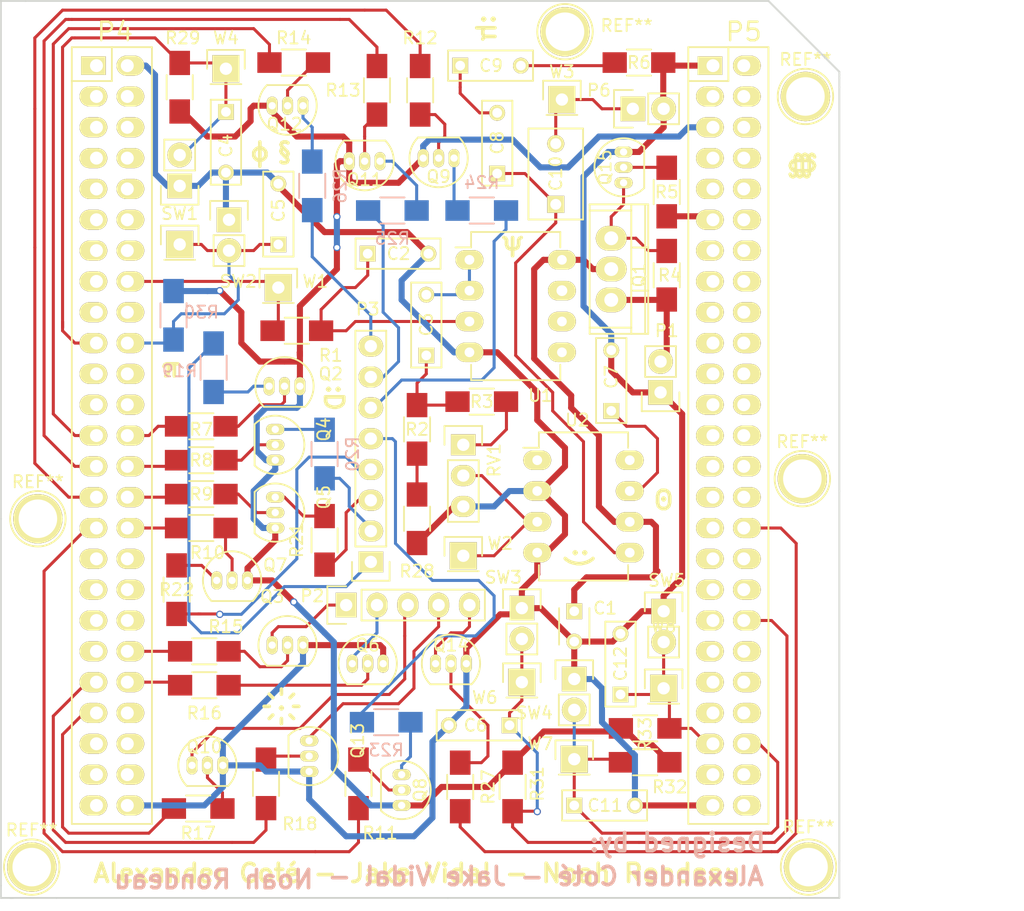
<source format=kicad_pcb>
(kicad_pcb (version 4) (host pcbnew 4.0.1-stable)
  (layers (0 F.Cu signal) (31 B.Cu signal) (34 B.Paste user) (35 F.Paste user) (36 B.SilkS user) (37 F.SilkS user) (38 B.Mask user) (39 F.Mask user) (44 Edge.Cuts user))
  (net 0 "")
  (net 1 "Net-(C1-Pad1)")
  (net 2 /AlarmClockAmplifier/GND)
  (net 3 "Net-(C2-Pad1)")
  (net 4 "Net-(C3-Pad1)")
  (net 5 "Net-(C3-Pad2)")
  (net 6 /PC5)
  (net 7 /PC4)
  (net 8 /PC11)
  (net 9 "Net-(C7-Pad1)")
  (net 10 "Net-(C10-Pad1)")
  (net 11 "Net-(C8-Pad2)")
  (net 12 "Net-(C9-Pad2)")
  (net 13 /AlarmClockAmplifier/Output)
  (net 14 /PC9)
  (net 15 /PC8)
  (net 16 /AlarmClockAmplifier/9V)
  (net 17 /LEDSelect/Digit_1)
  (net 18 /LEDSelect/Digit_2)
  (net 19 /LEDSelect/P4)
  (net 20 /LEDSelect/Digit_3)
  (net 21 /LEDSelect/Digit_4)
  (net 22 /LEDSelect/P14)
  (net 23 /LEDSelect/P16)
  (net 24 /LEDSelect/P13)
  (net 25 /LEDSelect/P3)
  (net 26 /LEDSelect/P5)
  (net 27 /LEDSelect/P11)
  (net 28 /LEDSelect/P15)
  (net 29 /LEDSelect/P7)
  (net 30 "Net-(P4-Pad1)")
  (net 31 "Net-(P4-Pad3)")
  (net 32 "Net-(P4-Pad4)")
  (net 33 "Net-(P4-Pad5)")
  (net 34 "Net-(P4-Pad6)")
  (net 35 "Net-(P4-Pad7)")
  (net 36 "Net-(P4-Pad8)")
  (net 37 "Net-(P4-Pad9)")
  (net 38 "Net-(P4-Pad10)")
  (net 39 "Net-(P4-Pad11)")
  (net 40 "Net-(P4-Pad12)")
  (net 41 "Net-(P4-Pad13)")
  (net 42 "Net-(P4-Pad14)")
  (net 43 "Net-(P4-Pad15)")
  (net 44 /AlarmClockAmplifier/Signal)
  (net 45 "Net-(P4-Pad17)")
  (net 46 "Net-(P4-Pad18)")
  (net 47 "Net-(P4-Pad21)")
  (net 48 "Net-(P4-Pad22)")
  (net 49 "Net-(P4-Pad23)")
  (net 50 "Net-(P4-Pad24)")
  (net 51 /LEDSelect/h)
  (net 52 /LEDSelect/a)
  (net 53 /LEDSelect/g)
  (net 54 /LEDSelect/b)
  (net 55 /LEDSelect/f)
  (net 56 /LEDSelect/c)
  (net 57 /LEDSelect/e)
  (net 58 /LEDSelect/d)
  (net 59 "Net-(P4-Pad33)")
  (net 60 "Net-(P4-Pad34)")
  (net 61 "Net-(P4-Pad35)")
  (net 62 "Net-(P4-Pad36)")
  (net 63 "Net-(P4-Pad37)")
  (net 64 "Net-(P4-Pad38)")
  (net 65 "Net-(P4-Pad39)")
  (net 66 /LEDSelect/1)
  (net 67 /LEDSelect/4)
  (net 68 /LEDSelect/2)
  (net 69 /LEDSelect/3)
  (net 70 "Net-(P4-Pad44)")
  (net 71 "Net-(P4-Pad45)")
  (net 72 "Net-(P4-Pad46)")
  (net 73 "Net-(P4-Pad47)")
  (net 74 "Net-(P4-Pad48)")
  (net 75 "Net-(P4-Pad49)")
  (net 76 "Net-(P5-Pad2)")
  (net 77 "Net-(P5-Pad3)")
  (net 78 "Net-(P5-Pad4)")
  (net 79 /LEDSelect/3V)
  (net 80 "Net-(P5-Pad7)")
  (net 81 "Net-(P5-Pad8)")
  (net 82 "Net-(P5-Pad9)")
  (net 83 "Net-(P5-Pad10)")
  (net 84 /AlarmClockAmplifier/3.3V)
  (net 85 "Net-(P5-Pad12)")
  (net 86 "Net-(P5-Pad13)")
  (net 87 "Net-(P5-Pad14)")
  (net 88 "Net-(P5-Pad15)")
  (net 89 "Net-(P5-Pad16)")
  (net 90 "Net-(P5-Pad17)")
  (net 91 "Net-(P5-Pad18)")
  (net 92 "Net-(P5-Pad19)")
  (net 93 "Net-(P5-Pad20)")
  (net 94 "Net-(P5-Pad21)")
  (net 95 "Net-(P5-Pad22)")
  (net 96 "Net-(P5-Pad23)")
  (net 97 "Net-(P5-Pad24)")
  (net 98 "Net-(P5-Pad25)")
  (net 99 "Net-(P5-Pad26)")
  (net 100 "Net-(P5-Pad27)")
  (net 101 "Net-(P5-Pad28)")
  (net 102 "Net-(P5-Pad29)")
  (net 103 "Net-(P5-Pad30)")
  (net 104 "Net-(P5-Pad31)")
  (net 105 /LEDSelect/5)
  (net 106 "Net-(P5-Pad33)")
  (net 107 "Net-(P5-Pad34)")
  (net 108 "Net-(P5-Pad35)")
  (net 109 "Net-(P5-Pad36)")
  (net 110 "Net-(P5-Pad37)")
  (net 111 "Net-(P5-Pad39)")
  (net 112 "Net-(P5-Pad40)")
  (net 113 "Net-(P5-Pad41)")
  (net 114 "Net-(P5-Pad42)")
  (net 115 "Net-(P5-Pad43)")
  (net 116 "Net-(P5-Pad44)")
  (net 117 "Net-(P5-Pad47)")
  (net 118 "Net-(P5-Pad48)")
  (net 119 "Net-(P5-Pad50)")
  (net 120 "Net-(Q1-Pad1)")
  (net 121 "Net-(Q2-Pad2)")
  (net 122 "Net-(Q2-Pad1)")
  (net 123 "Net-(Q3-Pad2)")
  (net 124 "Net-(Q4-Pad2)")
  (net 125 "Net-(Q4-Pad1)")
  (net 126 "Net-(Q5-Pad2)")
  (net 127 "Net-(Q5-Pad1)")
  (net 128 "Net-(Q6-Pad2)")
  (net 129 "Net-(Q7-Pad2)")
  (net 130 "Net-(Q7-Pad1)")
  (net 131 "Net-(Q8-Pad2)")
  (net 132 "Net-(Q8-Pad1)")
  (net 133 "Net-(Q9-Pad2)")
  (net 134 "Net-(Q9-Pad1)")
  (net 135 "Net-(Q10-Pad2)")
  (net 136 "Net-(Q11-Pad2)")
  (net 137 "Net-(Q11-Pad1)")
  (net 138 "Net-(Q12-Pad2)")
  (net 139 "Net-(Q12-Pad1)")
  (net 140 "Net-(Q13-Pad2)")
  (net 141 "Net-(Q14-Pad2)")
  (net 142 "Net-(Q15-Pad2)")
  (net 143 "Net-(R2-Pad2)")
  (net 144 "Net-(R3-Pad2)")
  (net 145 "Net-(RV1-Pad2)")
  (net 146 "Net-(U2-Pad1)")
  (net 147 "Net-(U2-Pad8)")
  (net 148 "Net-(P5-Pad6)")
  (module Connect:1pin (layer F.Cu) (at 149.86 59.436)
    (fp_text reference REF** (at 0 -3.048) (layer F.SilkS))
    (fp_text value 1pin)
    (pad 1 thru_hole circle (at 0 0) (size 4.064 4.064) (drill 3.175) (layers *.Cu *.Mask F.SilkS))
  )
  (module Connect:1pin (layer F.Cu) (at 86.106 122.936)
    (fp_text reference REF** (at 0 -3.048) (layer F.SilkS))
    (fp_text value 1pin)
    (pad 1 thru_hole circle (at 0 0) (size 4.064 4.064) (drill 3.175) (layers *.Cu *.Mask F.SilkS))
  )
  (module Connect:1pin (layer F.Cu) (at 150.114 122.936)
    (fp_text reference REF** (at 0 -3.302) (layer F.SilkS))
    (fp_text value 1pin)
    (pad 1 thru_hole circle (at 0 0) (size 4.064 4.064) (drill 3.175) (layers *.Cu *.Mask F.SilkS))
  )
  (module Connect:1pin (layer F.Cu) (at 130.048 54.102)
    (fp_text reference REF** (at 5.08 -0.508) (layer F.SilkS))
    (fp_text value 1pin)
    (pad 1 thru_hole circle (at 0 0) (size 4.064 4.064) (drill 3.175) (layers *.Cu *.Mask F.SilkS))
  )
  (module Connect:1pin (layer F.Cu) (at 86.614 94.234)
    (fp_text reference REF** (at 0 -3.048) (layer F.SilkS))
    (fp_text value 1pin)
    (pad 1 thru_hole circle (at 0 0) (size 4.064 4.064) (drill 3.175) (layers *.Cu *.Mask F.SilkS))
  )
  (module ECE:STM32_F4_ConnV2 (layer F.Cu) (at 167.64 72.136 90)
    (fp_text reference P5 (at 18.034 -22.86 180) (layer F.SilkS) (effects (font (thickness 0.2032))))
    (fp_text value "")
    (pad 1 thru_hole rect (at 15.24 -25.4 90) (size 1.524 2.032) (drill 1.0668 (offset 0 -0.254)) (layers *.Cu *.Mask F.SilkS) (net 2 /AlarmClockAmplifier/GND))
    (pad 3 thru_hole oval (at 12.7 -25.4 90) (size 1.651 2.286) (drill 1.0668 (offset 0 -0.254)) (layers *.Cu *.Mask F.SilkS) (net 77 "Net-(P5-Pad3)"))
    (pad 5 thru_hole oval (at 10.16 -25.4 90) (size 1.651 2.286) (drill 1.0668 (offset 0 -0.254)) (layers *.Cu *.Mask F.SilkS) (net 79 /LEDSelect/3V))
    (pad 7 thru_hole oval (at 7.62 -25.4 90) (size 1.651 2.286) (drill 1.0668 (offset 0 -0.254)) (layers *.Cu *.Mask F.SilkS) (net 80 "Net-(P5-Pad7)"))
    (pad 9 thru_hole oval (at 5.08 -25.4 90) (size 1.651 2.286) (drill 1.0668 (offset 0 -0.254)) (layers *.Cu *.Mask F.SilkS) (net 82 "Net-(P5-Pad9)"))
    (pad 11 thru_hole oval (at 2.54 -25.4 90) (size 1.651 2.286) (drill 1.0668 (offset 0 -0.254)) (layers *.Cu *.Mask F.SilkS) (net 84 /AlarmClockAmplifier/3.3V))
    (pad 13 thru_hole oval (at 0 -25.4 90) (size 1.651 2.286) (drill 1.0668 (offset 0 -0.254)) (layers *.Cu *.Mask F.SilkS) (net 86 "Net-(P5-Pad13)"))
    (pad 15 thru_hole oval (at -2.54 -25.4 90) (size 1.651 2.286) (drill 1.0668 (offset 0 -0.254)) (layers *.Cu *.Mask F.SilkS) (net 88 "Net-(P5-Pad15)"))
    (pad 17 thru_hole oval (at -5.08 -25.4 90) (size 1.651 2.286) (drill 1.0668 (offset 0 -0.254)) (layers *.Cu *.Mask F.SilkS) (net 90 "Net-(P5-Pad17)"))
    (pad 19 thru_hole oval (at -7.62 -25.4 90) (size 1.651 2.286) (drill 1.0668 (offset 0 -0.254)) (layers *.Cu *.Mask F.SilkS) (net 92 "Net-(P5-Pad19)"))
    (pad 21 thru_hole oval (at -10.16 -25.4 90) (size 1.651 2.286) (drill 1.0668 (offset 0 -0.254)) (layers *.Cu *.Mask F.SilkS) (net 94 "Net-(P5-Pad21)"))
    (pad 23 thru_hole oval (at -12.7 -25.4 90) (size 1.651 2.286) (drill 1.0668 (offset 0 -0.254)) (layers *.Cu *.Mask F.SilkS) (net 96 "Net-(P5-Pad23)"))
    (pad 25 thru_hole oval (at -15.24 -25.4 90) (size 1.651 2.286) (drill 1.0668 (offset 0 -0.254)) (layers *.Cu *.Mask F.SilkS) (net 98 "Net-(P5-Pad25)"))
    (pad 27 thru_hole oval (at -17.78 -25.4 90) (size 1.651 2.286) (drill 1.0668 (offset 0 -0.254)) (layers *.Cu *.Mask F.SilkS) (net 100 "Net-(P5-Pad27)"))
    (pad 29 thru_hole oval (at -20.32 -25.4 90) (size 1.651 2.286) (drill 1.0668 (offset 0 -0.254)) (layers *.Cu *.Mask F.SilkS) (net 102 "Net-(P5-Pad29)"))
    (pad 31 thru_hole oval (at -22.86 -25.4 90) (size 1.651 2.286) (drill 1.0668 (offset 0 -0.254)) (layers *.Cu *.Mask F.SilkS) (net 104 "Net-(P5-Pad31)"))
    (pad 33 thru_hole oval (at -25.4 -25.4 90) (size 1.651 2.286) (drill 1.0668 (offset 0 -0.254)) (layers *.Cu *.Mask F.SilkS) (net 106 "Net-(P5-Pad33)"))
    (pad 35 thru_hole oval (at -27.94 -25.4 90) (size 1.651 2.286) (drill 1.0668 (offset 0 -0.254)) (layers *.Cu *.Mask F.SilkS) (net 108 "Net-(P5-Pad35)"))
    (pad 37 thru_hole oval (at -30.48 -25.4 90) (size 1.651 2.286) (drill 1.0668 (offset 0 -0.254)) (layers *.Cu *.Mask F.SilkS) (net 110 "Net-(P5-Pad37)"))
    (pad 39 thru_hole oval (at -33.02 -25.4 90) (size 1.651 2.286) (drill 1.0668 (offset 0 -0.254)) (layers *.Cu *.Mask F.SilkS) (net 111 "Net-(P5-Pad39)"))
    (pad 41 thru_hole oval (at -35.56 -25.4 90) (size 1.651 2.286) (drill 1.0668 (offset 0 -0.254)) (layers *.Cu *.Mask F.SilkS) (net 113 "Net-(P5-Pad41)"))
    (pad 43 thru_hole oval (at -38.1 -25.4 90) (size 1.651 2.286) (drill 1.0668 (offset 0 -0.254)) (layers *.Cu *.Mask F.SilkS) (net 115 "Net-(P5-Pad43)"))
    (pad 45 thru_hole oval (at -40.64 -25.4 90) (size 1.651 2.286) (drill 1.0668 (offset 0 -0.254)) (layers *.Cu *.Mask F.SilkS) (net 15 /PC8))
    (pad 47 thru_hole oval (at -43.18 -25.4 90) (size 1.651 2.286) (drill 1.0668 (offset 0 -0.254)) (layers *.Cu *.Mask F.SilkS) (net 117 "Net-(P5-Pad47)"))
    (pad 49 thru_hole oval (at -45.72 -25.4 90) (size 1.651 2.286) (drill 1.0668 (offset 0 -0.254)) (layers *.Cu *.Mask F.SilkS) (net 2 /AlarmClockAmplifier/GND))
    (pad 2 thru_hole oval (at 15.24 -22.86 270) (size 1.651 2.286) (drill 1.0668 (offset 0 -0.254)) (layers *.Cu *.Mask F.SilkS) (net 76 "Net-(P5-Pad2)"))
    (pad 4 thru_hole oval (at 12.7 -22.86 270) (size 1.651 2.286) (drill 1.0668 (offset 0 -0.254)) (layers *.Cu *.Mask F.SilkS) (net 78 "Net-(P5-Pad4)"))
    (pad 6 thru_hole oval (at 10.16 -22.86 270) (size 1.651 2.286) (drill 1.0668 (offset 0 -0.254)) (layers *.Cu *.Mask F.SilkS) (net 148 "Net-(P5-Pad6)"))
    (pad 8 thru_hole oval (at 7.62 -22.86 270) (size 1.651 2.286) (drill 1.0668 (offset 0 -0.254)) (layers *.Cu *.Mask F.SilkS) (net 81 "Net-(P5-Pad8)"))
    (pad 10 thru_hole oval (at 5.08 -22.86 270) (size 1.651 2.286) (drill 1.0668 (offset 0 -0.254)) (layers *.Cu *.Mask F.SilkS) (net 83 "Net-(P5-Pad10)"))
    (pad 12 thru_hole oval (at 2.54 -22.86 270) (size 1.651 2.286) (drill 1.0668 (offset 0 -0.254)) (layers *.Cu *.Mask F.SilkS) (net 85 "Net-(P5-Pad12)"))
    (pad 14 thru_hole oval (at 0 -22.86 270) (size 1.651 2.286) (drill 1.0668 (offset 0 -0.254)) (layers *.Cu *.Mask F.SilkS) (net 87 "Net-(P5-Pad14)"))
    (pad 16 thru_hole oval (at -2.54 -22.86 270) (size 1.651 2.286) (drill 1.0668 (offset 0 -0.254)) (layers *.Cu *.Mask F.SilkS) (net 89 "Net-(P5-Pad16)"))
    (pad 18 thru_hole oval (at -5.08 -22.86 270) (size 1.651 2.286) (drill 1.0668 (offset 0 -0.254)) (layers *.Cu *.Mask F.SilkS) (net 91 "Net-(P5-Pad18)"))
    (pad 20 thru_hole oval (at -7.62 -22.86 270) (size 1.651 2.286) (drill 1.0668 (offset 0 -0.254)) (layers *.Cu *.Mask F.SilkS) (net 93 "Net-(P5-Pad20)"))
    (pad 22 thru_hole oval (at -10.16 -22.86 270) (size 1.651 2.286) (drill 1.0668 (offset 0 -0.254)) (layers *.Cu *.Mask F.SilkS) (net 95 "Net-(P5-Pad22)"))
    (pad 24 thru_hole oval (at -12.7 -22.86 270) (size 1.651 2.286) (drill 1.0668 (offset 0 -0.254)) (layers *.Cu *.Mask F.SilkS) (net 97 "Net-(P5-Pad24)"))
    (pad 26 thru_hole oval (at -15.24 -22.86 270) (size 1.651 2.286) (drill 1.0668 (offset 0 -0.254)) (layers *.Cu *.Mask F.SilkS) (net 99 "Net-(P5-Pad26)"))
    (pad 28 thru_hole oval (at -17.78 -22.86 270) (size 1.651 2.286) (drill 1.0668 (offset 0 -0.254)) (layers *.Cu *.Mask F.SilkS) (net 101 "Net-(P5-Pad28)"))
    (pad 30 thru_hole oval (at -20.32 -22.86 270) (size 1.651 2.286) (drill 1.0668 (offset 0 -0.254)) (layers *.Cu *.Mask F.SilkS) (net 103 "Net-(P5-Pad30)"))
    (pad 32 thru_hole oval (at -22.86 -22.86 270) (size 1.651 2.286) (drill 1.0668 (offset 0 -0.254)) (layers *.Cu *.Mask F.SilkS) (net 105 /LEDSelect/5))
    (pad 34 thru_hole oval (at -25.4 -22.86 270) (size 1.651 2.286) (drill 1.0668 (offset 0 -0.254)) (layers *.Cu *.Mask F.SilkS) (net 107 "Net-(P5-Pad34)"))
    (pad 36 thru_hole oval (at -27.94 -22.86 270) (size 1.651 2.286) (drill 1.0668 (offset 0 -0.254)) (layers *.Cu *.Mask F.SilkS) (net 109 "Net-(P5-Pad36)"))
    (pad 38 thru_hole oval (at -30.48 -22.86 270) (size 1.651 2.286) (drill 1.0668 (offset 0 -0.254)) (layers *.Cu *.Mask F.SilkS) (net 8 /PC11))
    (pad 40 thru_hole oval (at -33.02 -22.86 270) (size 1.651 2.286) (drill 1.0668 (offset 0 -0.254)) (layers *.Cu *.Mask F.SilkS) (net 112 "Net-(P5-Pad40)"))
    (pad 42 thru_hole oval (at -35.56 -22.86 270) (size 1.651 2.286) (drill 1.0668 (offset 0 -0.254)) (layers *.Cu *.Mask F.SilkS) (net 114 "Net-(P5-Pad42)"))
    (pad 44 thru_hole oval (at -38.1 -22.86 270) (size 1.651 2.286) (drill 1.0668 (offset 0 -0.254)) (layers *.Cu *.Mask F.SilkS) (net 116 "Net-(P5-Pad44)"))
    (pad 46 thru_hole oval (at -40.64 -22.86 270) (size 1.651 2.286) (drill 1.0668 (offset 0 -0.254)) (layers *.Cu *.Mask F.SilkS) (net 14 /PC9))
    (pad 48 thru_hole oval (at -43.18 -22.86 270) (size 1.651 2.286) (drill 1.0668 (offset 0 -0.254)) (layers *.Cu *.Mask F.SilkS) (net 118 "Net-(P5-Pad48)"))
    (pad 50 thru_hole oval (at -45.72 -22.86 270) (size 1.651 2.286) (drill 1.0668 (offset 0 -0.254)) (layers *.Cu *.Mask F.SilkS) (net 119 "Net-(P5-Pad50)"))
  )
  (module Capacitors_ThroughHole:C_Disc_D3_P2.5 (layer F.Cu) (at 130.81 101.854 270)
    (fp_text reference C1 (at -0.254 -2.54 360) (layer F.SilkS))
    (fp_text value "10 uF")
    (pad 1 thru_hole rect (at 0 0 270) (size 1.3 1.3) (drill 0.8) (layers *.Cu *.Mask F.SilkS) (net 1 "Net-(C1-Pad1)"))
    (pad 2 thru_hole circle (at 2.5 0 270) (size 1.3 1.3) (drill 0.8001) (layers *.Cu *.Mask F.SilkS) (net 2 /AlarmClockAmplifier/GND))
  )
  (module Capacitors_ThroughHole:C_Rect_L7_W2.5_P5 (layer F.Cu) (at 113.792 72.39)
    (fp_text reference C2 (at 2.54 0) (layer F.SilkS))
    (fp_text value "100 nF")
    (pad 1 thru_hole rect (at 0 0) (size 1.3 1.3) (drill 0.8) (layers *.Cu *.Mask F.SilkS) (net 3 "Net-(C2-Pad1)"))
    (pad 2 thru_hole circle (at 5 0) (size 1.3 1.3) (drill 0.8) (layers *.Cu *.Mask F.SilkS) (net 2 /AlarmClockAmplifier/GND))
  )
  (module Capacitors_ThroughHole:C_Rect_L7_W2.5_P5 (layer F.Cu) (at 118.618 80.772 90)
    (fp_text reference C3 (at 2.54 0 90) (layer F.SilkS))
    (fp_text value "100 nF")
    (pad 1 thru_hole rect (at 0 0 90) (size 1.3 1.3) (drill 0.8) (layers *.Cu *.Mask F.SilkS) (net 4 "Net-(C3-Pad1)"))
    (pad 2 thru_hole circle (at 5 0 90) (size 1.3 1.3) (drill 0.8) (layers *.Cu *.Mask F.SilkS) (net 5 "Net-(C3-Pad2)"))
  )
  (module Capacitors_ThroughHole:C_Rect_L7_W2.5_P5 (layer F.Cu) (at 102.108 60.706 270)
    (fp_text reference C4 (at 2.794 0 270) (layer F.SilkS))
    (fp_text value "100 nF")
    (pad 1 thru_hole rect (at 0 0 270) (size 1.3 1.3) (drill 0.8) (layers *.Cu *.Mask F.SilkS) (net 6 /PC5))
    (pad 2 thru_hole circle (at 5 0 270) (size 1.3 1.3) (drill 0.8) (layers *.Cu *.Mask F.SilkS) (net 2 /AlarmClockAmplifier/GND))
  )
  (module Capacitors_ThroughHole:C_Rect_L7_W2.5_P5 (layer F.Cu) (at 106.426 71.628 90)
    (fp_text reference C5 (at 2.794 0 90) (layer F.SilkS))
    (fp_text value "100 nF")
    (pad 1 thru_hole rect (at 0 0 90) (size 1.3 1.3) (drill 0.8) (layers *.Cu *.Mask F.SilkS) (net 7 /PC4))
    (pad 2 thru_hole circle (at 5 0 90) (size 1.3 1.3) (drill 0.8) (layers *.Cu *.Mask F.SilkS) (net 2 /AlarmClockAmplifier/GND))
  )
  (module Capacitors_ThroughHole:C_Rect_L7_W2.5_P5 (layer F.Cu) (at 125.476 111.252 180)
    (fp_text reference C6 (at 2.794 0 180) (layer F.SilkS))
    (fp_text value "100 nF")
    (pad 1 thru_hole rect (at 0 0 180) (size 1.3 1.3) (drill 0.8) (layers *.Cu *.Mask F.SilkS) (net 8 /PC11))
    (pad 2 thru_hole circle (at 5 0 180) (size 1.3 1.3) (drill 0.8) (layers *.Cu *.Mask F.SilkS) (net 2 /AlarmClockAmplifier/GND))
  )
  (module Capacitors_ThroughHole:C_Rect_L7_W2.5_P5 (layer F.Cu) (at 133.858 85.344 90)
    (fp_text reference C7 (at 2.794 0 90) (layer F.SilkS))
    (fp_text value "100 nF")
    (pad 1 thru_hole rect (at 0 0 90) (size 1.3 1.3) (drill 0.8) (layers *.Cu *.Mask F.SilkS) (net 9 "Net-(C7-Pad1)"))
    (pad 2 thru_hole circle (at 5 0 90) (size 1.3 1.3) (drill 0.8) (layers *.Cu *.Mask F.SilkS) (net 2 /AlarmClockAmplifier/GND))
  )
  (module Capacitors_ThroughHole:C_Rect_L7_W2.5_P5 (layer F.Cu) (at 124.46 65.786 90)
    (fp_text reference C8 (at 2.54 0 90) (layer F.SilkS))
    (fp_text value "100 nF")
    (pad 1 thru_hole rect (at 0 0 90) (size 1.3 1.3) (drill 0.8) (layers *.Cu *.Mask F.SilkS) (net 10 "Net-(C10-Pad1)"))
    (pad 2 thru_hole circle (at 5 0 90) (size 1.3 1.3) (drill 0.8) (layers *.Cu *.Mask F.SilkS) (net 11 "Net-(C8-Pad2)"))
  )
  (module Capacitors_ThroughHole:C_Rect_L7_W2.5_P5 (layer F.Cu) (at 121.412 56.896)
    (fp_text reference C9 (at 2.54 0) (layer F.SilkS))
    (fp_text value "100 nF")
    (pad 1 thru_hole rect (at 0 0) (size 1.3 1.3) (drill 0.8) (layers *.Cu *.Mask F.SilkS) (net 11 "Net-(C8-Pad2)"))
    (pad 2 thru_hole circle (at 5 0) (size 1.3 1.3) (drill 0.8) (layers *.Cu *.Mask F.SilkS) (net 12 "Net-(C9-Pad2)"))
  )
  (module Capacitors_ThroughHole:C_Disc_D7.5_P5 (layer F.Cu) (at 129.286 68.326 90)
    (fp_text reference C10 (at 2.54 0 90) (layer F.SilkS))
    (fp_text value "470 uF")
    (pad 1 thru_hole rect (at 0 0 90) (size 1.4 1.4) (drill 0.9) (layers *.Cu *.Mask F.SilkS) (net 10 "Net-(C10-Pad1)"))
    (pad 2 thru_hole circle (at 5 0 90) (size 1.4 1.4) (drill 0.9) (layers *.Cu *.Mask F.SilkS) (net 13 /AlarmClockAmplifier/Output))
  )
  (module Capacitors_ThroughHole:C_Rect_L7_W2.5_P5 (layer F.Cu) (at 130.81 117.856)
    (fp_text reference C11 (at 2.54 0) (layer F.SilkS))
    (fp_text value "100 nF")
    (pad 1 thru_hole rect (at 0 0) (size 1.3 1.3) (drill 0.8) (layers *.Cu *.Mask F.SilkS) (net 14 /PC9))
    (pad 2 thru_hole circle (at 5 0) (size 1.3 1.3) (drill 0.8) (layers *.Cu *.Mask F.SilkS) (net 2 /AlarmClockAmplifier/GND))
  )
  (module Capacitors_ThroughHole:C_Rect_L7_W2.5_P5 (layer F.Cu) (at 134.62 108.712 90)
    (fp_text reference C12 (at 2.54 0 90) (layer F.SilkS))
    (fp_text value "100 nF")
    (pad 1 thru_hole rect (at 0 0 90) (size 1.3 1.3) (drill 0.8) (layers *.Cu *.Mask F.SilkS) (net 15 /PC8))
    (pad 2 thru_hole circle (at 5 0 90) (size 1.3 1.3) (drill 0.8) (layers *.Cu *.Mask F.SilkS) (net 2 /AlarmClockAmplifier/GND))
  )
  (module Pin_Headers:Pin_Header_Straight_1x02 (layer F.Cu) (at 137.922 83.82 180)
    (fp_text reference P1 (at -0.508 5.08 180) (layer F.SilkS))
    (fp_text value CONN_01X02)
    (pad 1 thru_hole rect (at 0 0 180) (size 2.032 2.032) (drill 1.016) (layers *.Cu *.Mask F.SilkS) (net 2 /AlarmClockAmplifier/GND))
    (pad 2 thru_hole oval (at 0 2.54 180) (size 2.032 2.032) (drill 1.016) (layers *.Cu *.Mask F.SilkS) (net 16 /AlarmClockAmplifier/9V))
  )
  (module Pin_Headers:Pin_Header_Straight_1x05 (layer F.Cu) (at 112.014 101.346 90)
    (fp_text reference P2 (at 0.762 -2.794 180) (layer F.SilkS))
    (fp_text value CONN_01X05)
    (pad 1 thru_hole rect (at 0 0 90) (size 2.032 1.7272) (drill 1.016) (layers *.Cu *.Mask F.SilkS) (net 17 /LEDSelect/Digit_1))
    (pad 2 thru_hole oval (at 0 2.54 90) (size 2.032 1.7272) (drill 1.016) (layers *.Cu *.Mask F.SilkS) (net 18 /LEDSelect/Digit_2))
    (pad 3 thru_hole oval (at 0 5.08 90) (size 2.032 1.7272) (drill 1.016) (layers *.Cu *.Mask F.SilkS) (net 19 /LEDSelect/P4))
    (pad 4 thru_hole oval (at 0 7.62 90) (size 2.032 1.7272) (drill 1.016) (layers *.Cu *.Mask F.SilkS) (net 20 /LEDSelect/Digit_3))
    (pad 5 thru_hole oval (at 0 10.16 90) (size 2.032 1.7272) (drill 1.016) (layers *.Cu *.Mask F.SilkS) (net 21 /LEDSelect/Digit_4))
  )
  (module Pin_Headers:Pin_Header_Straight_1x08 (layer F.Cu) (at 114.046 97.79 180)
    (fp_text reference P3 (at 0.254 20.828 180) (layer F.SilkS))
    (fp_text value CONN_01X08)
    (pad 1 thru_hole rect (at 0 0 180) (size 2.032 1.7272) (drill 1.016) (layers *.Cu *.Mask F.SilkS) (net 22 /LEDSelect/P14))
    (pad 2 thru_hole oval (at 0 2.54 180) (size 2.032 1.7272) (drill 1.016) (layers *.Cu *.Mask F.SilkS) (net 23 /LEDSelect/P16))
    (pad 3 thru_hole oval (at 0 5.08 180) (size 2.032 1.7272) (drill 1.016) (layers *.Cu *.Mask F.SilkS) (net 24 /LEDSelect/P13))
    (pad 4 thru_hole oval (at 0 7.62 180) (size 2.032 1.7272) (drill 1.016) (layers *.Cu *.Mask F.SilkS) (net 25 /LEDSelect/P3))
    (pad 5 thru_hole oval (at 0 10.16 180) (size 2.032 1.7272) (drill 1.016) (layers *.Cu *.Mask F.SilkS) (net 26 /LEDSelect/P5))
    (pad 6 thru_hole oval (at 0 12.7 180) (size 2.032 1.7272) (drill 1.016) (layers *.Cu *.Mask F.SilkS) (net 27 /LEDSelect/P11))
    (pad 7 thru_hole oval (at 0 15.24 180) (size 2.032 1.7272) (drill 1.016) (layers *.Cu *.Mask F.SilkS) (net 28 /LEDSelect/P15))
    (pad 8 thru_hole oval (at 0 17.78 180) (size 2.032 1.7272) (drill 1.016) (layers *.Cu *.Mask F.SilkS) (net 29 /LEDSelect/P7))
  )
  (module Pin_Headers:Pin_Header_Straight_1x02 (layer F.Cu) (at 135.636 60.452 90)
    (fp_text reference P6 (at 1.524 -2.794 180) (layer F.SilkS))
    (fp_text value CONN_01X02)
    (pad 1 thru_hole rect (at 0 0 90) (size 2.032 2.032) (drill 1.016) (layers *.Cu *.Mask F.SilkS) (net 13 /AlarmClockAmplifier/Output))
    (pad 2 thru_hole oval (at 0 2.54 90) (size 2.032 2.032) (drill 1.016) (layers *.Cu *.Mask F.SilkS) (net 2 /AlarmClockAmplifier/GND))
  )
  (module Power_Integrations:TO-220 (layer F.Cu) (at 133.858 73.66 270)
    (fp_text reference Q1 (at 0.508 -2.286 450) (layer F.SilkS))
    (fp_text value IRLIB9343)
    (pad 2 thru_hole oval (at 0 0 270) (size 2.032 2.54) (drill 1.143) (layers *.Cu *.Mask F.SilkS) (net 1 "Net-(C1-Pad1)"))
    (pad 3 thru_hole oval (at 2.54 0 270) (size 2.032 2.54) (drill 1.143) (layers *.Cu *.Mask F.SilkS) (net 16 /AlarmClockAmplifier/9V))
    (pad 1 thru_hole oval (at -2.54 0 270) (size 2.032 2.54) (drill 1.143) (layers *.Cu *.Mask F.SilkS) (net 120 "Net-(Q1-Pad1)"))
  )
  (module TO_SOT_Packages_THT:TO-92_Inline_Narrow_Oval (layer F.Cu) (at 105.664 83.312)
    (fp_text reference Q2 (at 5.08 -1.016) (layer F.SilkS))
    (fp_text value 2N3906)
    (pad 2 thru_hole oval (at 1.27 0 180) (size 0.89916 1.50114) (drill 0.6) (layers *.Cu *.Mask F.SilkS) (net 121 "Net-(Q2-Pad2)"))
    (pad 3 thru_hole oval (at 2.54 0 180) (size 0.89916 1.50114) (drill 0.6) (layers *.Cu *.Mask F.SilkS) (net 79 /LEDSelect/3V))
    (pad 1 thru_hole oval (at 0 0 180) (size 0.89916 1.50114) (drill 0.6) (layers *.Cu *.Mask F.SilkS) (net 122 "Net-(Q2-Pad1)"))
  )
  (module TO_SOT_Packages_THT:TO-92_Inline_Narrow_Oval (layer F.Cu) (at 105.918 104.648)
    (fp_text reference Q3 (at 0 -4) (layer F.SilkS))
    (fp_text value 2N3904)
    (pad 2 thru_hole oval (at 1.27 0 180) (size 0.89916 1.50114) (drill 0.6) (layers *.Cu *.Mask F.SilkS) (net 123 "Net-(Q3-Pad2)"))
    (pad 3 thru_hole oval (at 2.54 0 180) (size 0.89916 1.50114) (drill 0.6) (layers *.Cu *.Mask F.SilkS) (net 2 /AlarmClockAmplifier/GND))
    (pad 1 thru_hole oval (at 0 0 180) (size 0.89916 1.50114) (drill 0.6) (layers *.Cu *.Mask F.SilkS) (net 17 /LEDSelect/Digit_1))
  )
  (module TO_SOT_Packages_THT:TO-92_Inline_Narrow_Oval (layer F.Cu) (at 106.172 86.868 270)
    (fp_text reference Q4 (at 0 -4 270) (layer F.SilkS))
    (fp_text value 2N3906)
    (pad 2 thru_hole oval (at 1.27 0 90) (size 0.89916 1.50114) (drill 0.6) (layers *.Cu *.Mask F.SilkS) (net 124 "Net-(Q4-Pad2)"))
    (pad 3 thru_hole oval (at 2.54 0 90) (size 0.89916 1.50114) (drill 0.6) (layers *.Cu *.Mask F.SilkS) (net 79 /LEDSelect/3V))
    (pad 1 thru_hole oval (at 0 0 90) (size 0.89916 1.50114) (drill 0.6) (layers *.Cu *.Mask F.SilkS) (net 125 "Net-(Q4-Pad1)"))
  )
  (module TO_SOT_Packages_THT:TO-92_Inline_Narrow_Oval (layer F.Cu) (at 106.172 92.456 270)
    (fp_text reference Q5 (at 0 -4 270) (layer F.SilkS))
    (fp_text value 2N3906)
    (pad 2 thru_hole oval (at 1.27 0 90) (size 0.89916 1.50114) (drill 0.6) (layers *.Cu *.Mask F.SilkS) (net 126 "Net-(Q5-Pad2)"))
    (pad 3 thru_hole oval (at 2.54 0 90) (size 0.89916 1.50114) (drill 0.6) (layers *.Cu *.Mask F.SilkS) (net 79 /LEDSelect/3V))
    (pad 1 thru_hole oval (at 0 0 90) (size 0.89916 1.50114) (drill 0.6) (layers *.Cu *.Mask F.SilkS) (net 127 "Net-(Q5-Pad1)"))
  )
  (module TO_SOT_Packages_THT:TO-92_Inline_Narrow_Oval (layer F.Cu) (at 112.522 106.172)
    (fp_text reference Q6 (at 1.27 -1.524) (layer F.SilkS))
    (fp_text value 2N3904)
    (pad 2 thru_hole oval (at 1.27 0 180) (size 0.89916 1.50114) (drill 0.6) (layers *.Cu *.Mask F.SilkS) (net 128 "Net-(Q6-Pad2)"))
    (pad 3 thru_hole oval (at 2.54 0 180) (size 0.89916 1.50114) (drill 0.6) (layers *.Cu *.Mask F.SilkS) (net 2 /AlarmClockAmplifier/GND))
    (pad 1 thru_hole oval (at 0 0 180) (size 0.89916 1.50114) (drill 0.6) (layers *.Cu *.Mask F.SilkS) (net 18 /LEDSelect/Digit_2))
  )
  (module TO_SOT_Packages_THT:TO-92_Inline_Narrow_Oval (layer F.Cu) (at 101.346 99.314)
    (fp_text reference Q7 (at 4.826 -1.27) (layer F.SilkS))
    (fp_text value 2N3906)
    (pad 2 thru_hole oval (at 1.27 0 180) (size 0.89916 1.50114) (drill 0.6) (layers *.Cu *.Mask F.SilkS) (net 129 "Net-(Q7-Pad2)"))
    (pad 3 thru_hole oval (at 2.54 0 180) (size 0.89916 1.50114) (drill 0.6) (layers *.Cu *.Mask F.SilkS) (net 79 /LEDSelect/3V))
    (pad 1 thru_hole oval (at 0 0 180) (size 0.89916 1.50114) (drill 0.6) (layers *.Cu *.Mask F.SilkS) (net 130 "Net-(Q7-Pad1)"))
  )
  (module TO_SOT_Packages_THT:TO-92_Inline_Narrow_Oval (layer F.Cu) (at 116.586 115.316 270)
    (fp_text reference Q8 (at 1.27 -1.524 270) (layer F.SilkS))
    (fp_text value 2N3906)
    (pad 2 thru_hole oval (at 1.27 0 90) (size 0.89916 1.50114) (drill 0.6) (layers *.Cu *.Mask F.SilkS) (net 131 "Net-(Q8-Pad2)"))
    (pad 3 thru_hole oval (at 2.54 0 90) (size 0.89916 1.50114) (drill 0.6) (layers *.Cu *.Mask F.SilkS) (net 79 /LEDSelect/3V))
    (pad 1 thru_hole oval (at 0 0 90) (size 0.89916 1.50114) (drill 0.6) (layers *.Cu *.Mask F.SilkS) (net 132 "Net-(Q8-Pad1)"))
  )
  (module TO_SOT_Packages_THT:TO-92_Inline_Narrow_Oval (layer F.Cu) (at 120.904 64.516 180)
    (fp_text reference Q9 (at 1.27 -1.524 180) (layer F.SilkS))
    (fp_text value 2N3906)
    (pad 2 thru_hole oval (at 1.27 0) (size 0.89916 1.50114) (drill 0.6) (layers *.Cu *.Mask F.SilkS) (net 133 "Net-(Q9-Pad2)"))
    (pad 3 thru_hole oval (at 2.54 0) (size 0.89916 1.50114) (drill 0.6) (layers *.Cu *.Mask F.SilkS) (net 79 /LEDSelect/3V))
    (pad 1 thru_hole oval (at 0 0) (size 0.89916 1.50114) (drill 0.6) (layers *.Cu *.Mask F.SilkS) (net 134 "Net-(Q9-Pad1)"))
  )
  (module TO_SOT_Packages_THT:TO-92_Inline_Narrow_Oval (layer F.Cu) (at 99.314 114.554)
    (fp_text reference Q10 (at 1.016 -1.524) (layer F.SilkS))
    (fp_text value 2N3904)
    (pad 2 thru_hole oval (at 1.27 0 180) (size 0.89916 1.50114) (drill 0.6) (layers *.Cu *.Mask F.SilkS) (net 135 "Net-(Q10-Pad2)"))
    (pad 3 thru_hole oval (at 2.54 0 180) (size 0.89916 1.50114) (drill 0.6) (layers *.Cu *.Mask F.SilkS) (net 2 /AlarmClockAmplifier/GND))
    (pad 1 thru_hole oval (at 0 0 180) (size 0.89916 1.50114) (drill 0.6) (layers *.Cu *.Mask F.SilkS) (net 19 /LEDSelect/P4))
  )
  (module TO_SOT_Packages_THT:TO-92_Inline_Narrow_Oval (layer F.Cu) (at 114.808 64.77 180)
    (fp_text reference Q11 (at 1.27 -1.524 180) (layer F.SilkS))
    (fp_text value 2N3906)
    (pad 2 thru_hole oval (at 1.27 0) (size 0.89916 1.50114) (drill 0.6) (layers *.Cu *.Mask F.SilkS) (net 136 "Net-(Q11-Pad2)"))
    (pad 3 thru_hole oval (at 2.54 0) (size 0.89916 1.50114) (drill 0.6) (layers *.Cu *.Mask F.SilkS) (net 79 /LEDSelect/3V))
    (pad 1 thru_hole oval (at 0 0) (size 0.89916 1.50114) (drill 0.6) (layers *.Cu *.Mask F.SilkS) (net 137 "Net-(Q11-Pad1)"))
  )
  (module TO_SOT_Packages_THT:TO-92_Inline_Narrow_Oval (layer F.Cu) (at 108.458 60.198 180)
    (fp_text reference Q12 (at 1.524 -1.524 180) (layer F.SilkS))
    (fp_text value 2N3906)
    (pad 2 thru_hole oval (at 1.27 0) (size 0.89916 1.50114) (drill 0.6) (layers *.Cu *.Mask F.SilkS) (net 138 "Net-(Q12-Pad2)"))
    (pad 3 thru_hole oval (at 2.54 0) (size 0.89916 1.50114) (drill 0.6) (layers *.Cu *.Mask F.SilkS) (net 79 /LEDSelect/3V))
    (pad 1 thru_hole oval (at 0 0) (size 0.89916 1.50114) (drill 0.6) (layers *.Cu *.Mask F.SilkS) (net 139 "Net-(Q12-Pad1)"))
  )
  (module TO_SOT_Packages_THT:TO-92_Inline_Narrow_Oval (layer F.Cu) (at 108.966 112.522 270)
    (fp_text reference Q13 (at 0 -4 270) (layer F.SilkS))
    (fp_text value 2N3904)
    (pad 2 thru_hole oval (at 1.27 0 90) (size 0.89916 1.50114) (drill 0.6) (layers *.Cu *.Mask F.SilkS) (net 140 "Net-(Q13-Pad2)"))
    (pad 3 thru_hole oval (at 2.54 0 90) (size 0.89916 1.50114) (drill 0.6) (layers *.Cu *.Mask F.SilkS) (net 2 /AlarmClockAmplifier/GND))
    (pad 1 thru_hole oval (at 0 0 90) (size 0.89916 1.50114) (drill 0.6) (layers *.Cu *.Mask F.SilkS) (net 20 /LEDSelect/Digit_3))
  )
  (module TO_SOT_Packages_THT:TO-92_Inline_Narrow_Oval (layer F.Cu) (at 119.38 106.172)
    (fp_text reference Q14 (at 1.27 -1.524) (layer F.SilkS))
    (fp_text value 2N3904)
    (pad 2 thru_hole oval (at 1.27 0 180) (size 0.89916 1.50114) (drill 0.6) (layers *.Cu *.Mask F.SilkS) (net 141 "Net-(Q14-Pad2)"))
    (pad 3 thru_hole oval (at 2.54 0 180) (size 0.89916 1.50114) (drill 0.6) (layers *.Cu *.Mask F.SilkS) (net 2 /AlarmClockAmplifier/GND))
    (pad 1 thru_hole oval (at 0 0 180) (size 0.89916 1.50114) (drill 0.6) (layers *.Cu *.Mask F.SilkS) (net 21 /LEDSelect/Digit_4))
  )
  (module TO_SOT_Packages_THT:TO-92_Inline_Narrow_Oval (layer F.Cu) (at 134.874 66.548 90)
    (fp_text reference Q15 (at 1.27 -1.524 90) (layer F.SilkS))
    (fp_text value 2N3904)
    (pad 2 thru_hole oval (at 1.27 0 270) (size 0.89916 1.50114) (drill 0.6) (layers *.Cu *.Mask F.SilkS) (net 142 "Net-(Q15-Pad2)"))
    (pad 3 thru_hole oval (at 2.54 0 270) (size 0.89916 1.50114) (drill 0.6) (layers *.Cu *.Mask F.SilkS) (net 2 /AlarmClockAmplifier/GND))
    (pad 1 thru_hole oval (at 0 0 270) (size 0.89916 1.50114) (drill 0.6) (layers *.Cu *.Mask F.SilkS) (net 120 "Net-(Q1-Pad1)"))
  )
  (module Housings_DIP:DIP-8_W7.62mm_LongPads (layer F.Cu) (at 122.174 72.898)
    (fp_text reference U1 (at 5.842 11.176) (layer F.SilkS))
    (fp_text value LM358N)
    (pad 1 thru_hole oval (at 0 0) (size 2.3 1.6) (drill 0.8) (layers *.Cu *.Mask F.SilkS) (net 5 "Net-(C3-Pad2)"))
    (pad 2 thru_hole oval (at 0 2.54) (size 2.3 1.6) (drill 0.8) (layers *.Cu *.Mask F.SilkS) (net 5 "Net-(C3-Pad2)"))
    (pad 3 thru_hole oval (at 0 5.08) (size 2.3 1.6) (drill 0.8) (layers *.Cu *.Mask F.SilkS) (net 3 "Net-(C2-Pad1)"))
    (pad 4 thru_hole oval (at 0 7.62) (size 2.3 1.6) (drill 0.8) (layers *.Cu *.Mask F.SilkS) (net 2 /AlarmClockAmplifier/GND))
    (pad 5 thru_hole oval (at 7.62 7.62) (size 2.3 1.6) (drill 0.8) (layers *.Cu *.Mask F.SilkS))
    (pad 6 thru_hole oval (at 7.62 5.08) (size 2.3 1.6) (drill 0.8) (layers *.Cu *.Mask F.SilkS))
    (pad 7 thru_hole oval (at 7.62 2.54) (size 2.3 1.6) (drill 0.889) (layers *.Cu *.Mask F.SilkS))
    (pad 8 thru_hole oval (at 7.62 0) (size 2.3 1.6) (drill 0.8) (layers *.Cu *.Mask F.SilkS) (net 1 "Net-(C1-Pad1)"))
  )
  (module Housings_DIP:DIP-8_W7.62mm_LongPads (layer F.Cu) (at 127.762 89.408)
    (fp_text reference U2 (at 3.302 -3.302) (layer F.SilkS))
    (fp_text value LM386)
    (pad 1 thru_hole oval (at 0 0) (size 2.3 1.6) (drill 0.8) (layers *.Cu *.Mask F.SilkS) (net 146 "Net-(U2-Pad1)"))
    (pad 2 thru_hole oval (at 0 2.54) (size 2.3 1.6) (drill 0.8) (layers *.Cu *.Mask F.SilkS) (net 2 /AlarmClockAmplifier/GND))
    (pad 3 thru_hole oval (at 0 5.08) (size 2.3 1.6) (drill 0.8) (layers *.Cu *.Mask F.SilkS) (net 145 "Net-(RV1-Pad2)"))
    (pad 4 thru_hole oval (at 0 7.62) (size 2.3 1.6) (drill 0.8) (layers *.Cu *.Mask F.SilkS) (net 2 /AlarmClockAmplifier/GND))
    (pad 5 thru_hole oval (at 7.62 7.62) (size 2.3 1.6) (drill 0.8) (layers *.Cu *.Mask F.SilkS) (net 10 "Net-(C10-Pad1)"))
    (pad 6 thru_hole oval (at 7.62 5.08) (size 2.3 1.6) (drill 0.8) (layers *.Cu *.Mask F.SilkS) (net 1 "Net-(C1-Pad1)"))
    (pad 7 thru_hole oval (at 7.62 2.54) (size 2.3 1.6) (drill 0.8) (layers *.Cu *.Mask F.SilkS) (net 9 "Net-(C7-Pad1)"))
    (pad 8 thru_hole oval (at 7.62 0) (size 2.3 1.6) (drill 0.8) (layers *.Cu *.Mask F.SilkS) (net 147 "Net-(U2-Pad8)"))
  )
  (module Pin_Headers:Pin_Header_Straight_1x01 (layer F.Cu) (at 106.426 75.184)
    (fp_text reference W1 (at 3.048 -0.508) (layer F.SilkS))
    (fp_text value TEST_1P)
    (pad 1 thru_hole rect (at 0 0) (size 2.2352 2.2352) (drill 1.016) (layers *.Cu *.Mask F.SilkS) (net 44 /AlarmClockAmplifier/Signal))
  )
  (module Pin_Headers:Pin_Header_Straight_1x01 (layer F.Cu) (at 121.666 97.282)
    (fp_text reference W2 (at 3.048 -1.016) (layer F.SilkS))
    (fp_text value TEST_1P)
    (pad 1 thru_hole rect (at 0 0) (size 2.2352 2.2352) (drill 1.016) (layers *.Cu *.Mask F.SilkS) (net 145 "Net-(RV1-Pad2)"))
  )
  (module Pin_Headers:Pin_Header_Straight_1x01 (layer F.Cu) (at 129.794 59.69)
    (fp_text reference W3 (at 0 -2.286) (layer F.SilkS))
    (fp_text value TEST_1P)
    (pad 1 thru_hole rect (at 0 0) (size 2.2352 2.2352) (drill 1.016) (layers *.Cu *.Mask F.SilkS) (net 13 /AlarmClockAmplifier/Output))
  )
  (module Pin_Headers:Pin_Header_Straight_1x01 (layer F.Cu) (at 102.108 57.15)
    (fp_text reference W4 (at 0 -2.54) (layer F.SilkS))
    (fp_text value TEST_1P)
    (pad 1 thru_hole rect (at 0 0) (size 2.2352 2.2352) (drill 1.016) (layers *.Cu *.Mask F.SilkS) (net 6 /PC5))
  )
  (module Pin_Headers:Pin_Header_Straight_1x01 (layer F.Cu) (at 98.298 71.628)
    (fp_text reference W5 (at 0 -5.1) (layer F.SilkS))
    (fp_text value TEST_1P)
    (pad 1 thru_hole rect (at 0 0) (size 2.2352 2.2352) (drill 1.016) (layers *.Cu *.Mask F.SilkS) (net 7 /PC4))
  )
  (module Pin_Headers:Pin_Header_Straight_1x01 (layer F.Cu) (at 126.492 107.696)
    (fp_text reference W6 (at -3.048 1.27) (layer F.SilkS))
    (fp_text value TEST_1P)
    (pad 1 thru_hole rect (at 0 0) (size 2.2352 2.2352) (drill 1.016) (layers *.Cu *.Mask F.SilkS) (net 8 /PC11))
  )
  (module Pin_Headers:Pin_Header_Straight_1x01 (layer F.Cu) (at 130.81 114.046)
    (fp_text reference W7 (at -2.794 -1.27) (layer F.SilkS))
    (fp_text value TEST_1P)
    (pad 1 thru_hole rect (at 0 0) (size 2.2352 2.2352) (drill 1.016) (layers *.Cu *.Mask F.SilkS) (net 14 /PC9))
  )
  (module Pin_Headers:Pin_Header_Straight_1x01 (layer F.Cu) (at 138.176 108.204)
    (fp_text reference W8 (at 0 -5.1) (layer F.SilkS))
    (fp_text value TEST_1P)
    (pad 1 thru_hole rect (at 0 0) (size 2.2352 2.2352) (drill 1.016) (layers *.Cu *.Mask F.SilkS) (net 15 /PC8))
  )
  (module Pin_Headers:Pin_Header_Straight_1x02 (layer F.Cu) (at 98.298 66.802 180)
    (fp_text reference SW1 (at 0 -2.286 180) (layer F.SilkS))
    (fp_text value SW_PUSH)
    (pad 1 thru_hole rect (at 0 0 180) (size 2.032 2.032) (drill 1.016) (layers *.Cu *.Mask F.SilkS) (net 2 /AlarmClockAmplifier/GND))
    (pad 2 thru_hole oval (at 0 2.54 180) (size 2.032 2.032) (drill 1.016) (layers *.Cu *.Mask F.SilkS) (net 6 /PC5))
  )
  (module Pin_Headers:Pin_Header_Straight_1x02 (layer F.Cu) (at 102.362 69.596)
    (fp_text reference SW2 (at 0.762 5.08) (layer F.SilkS))
    (fp_text value SW_PUSH)
    (pad 1 thru_hole rect (at 0 0) (size 2.032 2.032) (drill 1.016) (layers *.Cu *.Mask F.SilkS) (net 2 /AlarmClockAmplifier/GND))
    (pad 2 thru_hole oval (at 0 2.54) (size 2.032 2.032) (drill 1.016) (layers *.Cu *.Mask F.SilkS) (net 7 /PC4))
  )
  (module Pin_Headers:Pin_Header_Straight_1x02 (layer F.Cu) (at 126.492 101.6)
    (fp_text reference SW3 (at -1.524 -2.54) (layer F.SilkS))
    (fp_text value SW_PUSH)
    (pad 1 thru_hole rect (at 0 0) (size 2.032 2.032) (drill 1.016) (layers *.Cu *.Mask F.SilkS) (net 2 /AlarmClockAmplifier/GND))
    (pad 2 thru_hole oval (at 0 2.54) (size 2.032 2.032) (drill 1.016) (layers *.Cu *.Mask F.SilkS) (net 8 /PC11))
  )
  (module Pin_Headers:Pin_Header_Straight_1x02 (layer F.Cu) (at 130.81 107.442)
    (fp_text reference SW4 (at -3.302 2.794) (layer F.SilkS))
    (fp_text value SW_PUSH)
    (pad 1 thru_hole rect (at 0 0) (size 2.032 2.032) (drill 1.016) (layers *.Cu *.Mask F.SilkS) (net 2 /AlarmClockAmplifier/GND))
    (pad 2 thru_hole oval (at 0 2.54) (size 2.032 2.032) (drill 1.016) (layers *.Cu *.Mask F.SilkS) (net 14 /PC9))
  )
  (module Pin_Headers:Pin_Header_Straight_1x02 (layer F.Cu) (at 138.176 101.854)
    (fp_text reference SW5 (at 0.254 -2.54) (layer F.SilkS))
    (fp_text value SW_PUSH)
    (pad 1 thru_hole rect (at 0 0) (size 2.032 2.032) (drill 1.016) (layers *.Cu *.Mask F.SilkS) (net 2 /AlarmClockAmplifier/GND))
    (pad 2 thru_hole oval (at 0 2.54) (size 2.032 2.032) (drill 1.016) (layers *.Cu *.Mask F.SilkS) (net 15 /PC8))
  )
  (module ECE:STM32_F4_ConnV2 (layer F.Cu) (at 116.84 72.136 90)
    (fp_text reference P4 (at 18.034 -23.876 180) (layer F.SilkS) (effects (font (thickness 0.2032))))
    (fp_text value "")
    (pad 1 thru_hole rect (at 15.24 -25.4 90) (size 1.524 2.032) (drill 1.0668 (offset 0 -0.254)) (layers *.Cu *.Mask F.SilkS) (net 30 "Net-(P4-Pad1)"))
    (pad 3 thru_hole oval (at 12.7 -25.4 90) (size 1.651 2.286) (drill 1.0668 (offset 0 -0.254)) (layers *.Cu *.Mask F.SilkS) (net 31 "Net-(P4-Pad3)"))
    (pad 5 thru_hole oval (at 10.16 -25.4 90) (size 1.651 2.286) (drill 1.0668 (offset 0 -0.254)) (layers *.Cu *.Mask F.SilkS) (net 33 "Net-(P4-Pad5)"))
    (pad 7 thru_hole oval (at 7.62 -25.4 90) (size 1.651 2.286) (drill 1.0668 (offset 0 -0.254)) (layers *.Cu *.Mask F.SilkS) (net 35 "Net-(P4-Pad7)"))
    (pad 9 thru_hole oval (at 5.08 -25.4 90) (size 1.651 2.286) (drill 1.0668 (offset 0 -0.254)) (layers *.Cu *.Mask F.SilkS) (net 37 "Net-(P4-Pad9)"))
    (pad 11 thru_hole oval (at 2.54 -25.4 90) (size 1.651 2.286) (drill 1.0668 (offset 0 -0.254)) (layers *.Cu *.Mask F.SilkS) (net 39 "Net-(P4-Pad11)"))
    (pad 13 thru_hole oval (at 0 -25.4 90) (size 1.651 2.286) (drill 1.0668 (offset 0 -0.254)) (layers *.Cu *.Mask F.SilkS) (net 41 "Net-(P4-Pad13)"))
    (pad 15 thru_hole oval (at -2.54 -25.4 90) (size 1.651 2.286) (drill 1.0668 (offset 0 -0.254)) (layers *.Cu *.Mask F.SilkS) (net 43 "Net-(P4-Pad15)"))
    (pad 17 thru_hole oval (at -5.08 -25.4 90) (size 1.651 2.286) (drill 1.0668 (offset 0 -0.254)) (layers *.Cu *.Mask F.SilkS) (net 45 "Net-(P4-Pad17)"))
    (pad 19 thru_hole oval (at -7.62 -25.4 90) (size 1.651 2.286) (drill 1.0668 (offset 0 -0.254)) (layers *.Cu *.Mask F.SilkS) (net 6 /PC5))
    (pad 21 thru_hole oval (at -10.16 -25.4 90) (size 1.651 2.286) (drill 1.0668 (offset 0 -0.254)) (layers *.Cu *.Mask F.SilkS) (net 47 "Net-(P4-Pad21)"))
    (pad 23 thru_hole oval (at -12.7 -25.4 90) (size 1.651 2.286) (drill 1.0668 (offset 0 -0.254)) (layers *.Cu *.Mask F.SilkS) (net 49 "Net-(P4-Pad23)"))
    (pad 25 thru_hole oval (at -15.24 -25.4 90) (size 1.651 2.286) (drill 1.0668 (offset 0 -0.254)) (layers *.Cu *.Mask F.SilkS) (net 51 /LEDSelect/h))
    (pad 27 thru_hole oval (at -17.78 -25.4 90) (size 1.651 2.286) (drill 1.0668 (offset 0 -0.254)) (layers *.Cu *.Mask F.SilkS) (net 53 /LEDSelect/g))
    (pad 29 thru_hole oval (at -20.32 -25.4 90) (size 1.651 2.286) (drill 1.0668 (offset 0 -0.254)) (layers *.Cu *.Mask F.SilkS) (net 55 /LEDSelect/f))
    (pad 31 thru_hole oval (at -22.86 -25.4 90) (size 1.651 2.286) (drill 1.0668 (offset 0 -0.254)) (layers *.Cu *.Mask F.SilkS) (net 57 /LEDSelect/e))
    (pad 33 thru_hole oval (at -25.4 -25.4 90) (size 1.651 2.286) (drill 1.0668 (offset 0 -0.254)) (layers *.Cu *.Mask F.SilkS) (net 59 "Net-(P4-Pad33)"))
    (pad 35 thru_hole oval (at -27.94 -25.4 90) (size 1.651 2.286) (drill 1.0668 (offset 0 -0.254)) (layers *.Cu *.Mask F.SilkS) (net 61 "Net-(P4-Pad35)"))
    (pad 37 thru_hole oval (at -30.48 -25.4 90) (size 1.651 2.286) (drill 1.0668 (offset 0 -0.254)) (layers *.Cu *.Mask F.SilkS) (net 63 "Net-(P4-Pad37)"))
    (pad 39 thru_hole oval (at -33.02 -25.4 90) (size 1.651 2.286) (drill 1.0668 (offset 0 -0.254)) (layers *.Cu *.Mask F.SilkS) (net 65 "Net-(P4-Pad39)"))
    (pad 41 thru_hole oval (at -35.56 -25.4 90) (size 1.651 2.286) (drill 1.0668 (offset 0 -0.254)) (layers *.Cu *.Mask F.SilkS) (net 67 /LEDSelect/4))
    (pad 43 thru_hole oval (at -38.1 -25.4 90) (size 1.651 2.286) (drill 1.0668 (offset 0 -0.254)) (layers *.Cu *.Mask F.SilkS) (net 69 /LEDSelect/3))
    (pad 45 thru_hole oval (at -40.64 -25.4 90) (size 1.651 2.286) (drill 1.0668 (offset 0 -0.254)) (layers *.Cu *.Mask F.SilkS) (net 71 "Net-(P4-Pad45)"))
    (pad 47 thru_hole oval (at -43.18 -25.4 90) (size 1.651 2.286) (drill 1.0668 (offset 0 -0.254)) (layers *.Cu *.Mask F.SilkS) (net 73 "Net-(P4-Pad47)"))
    (pad 49 thru_hole oval (at -45.72 -25.4 90) (size 1.651 2.286) (drill 1.0668 (offset 0 -0.254)) (layers *.Cu *.Mask F.SilkS) (net 75 "Net-(P4-Pad49)"))
    (pad 2 thru_hole oval (at 15.24 -22.86 270) (size 1.651 2.286) (drill 1.0668 (offset 0 -0.254)) (layers *.Cu *.Mask F.SilkS) (net 2 /AlarmClockAmplifier/GND))
    (pad 4 thru_hole oval (at 12.7 -22.86 270) (size 1.651 2.286) (drill 1.0668 (offset 0 -0.254)) (layers *.Cu *.Mask F.SilkS) (net 32 "Net-(P4-Pad4)"))
    (pad 6 thru_hole oval (at 10.16 -22.86 270) (size 1.651 2.286) (drill 1.0668 (offset 0 -0.254)) (layers *.Cu *.Mask F.SilkS) (net 34 "Net-(P4-Pad6)"))
    (pad 8 thru_hole oval (at 7.62 -22.86 270) (size 1.651 2.286) (drill 1.0668 (offset 0 -0.254)) (layers *.Cu *.Mask F.SilkS) (net 36 "Net-(P4-Pad8)"))
    (pad 10 thru_hole oval (at 5.08 -22.86 270) (size 1.651 2.286) (drill 1.0668 (offset 0 -0.254)) (layers *.Cu *.Mask F.SilkS) (net 38 "Net-(P4-Pad10)"))
    (pad 12 thru_hole oval (at 2.54 -22.86 270) (size 1.651 2.286) (drill 1.0668 (offset 0 -0.254)) (layers *.Cu *.Mask F.SilkS) (net 40 "Net-(P4-Pad12)"))
    (pad 14 thru_hole oval (at 0 -22.86 270) (size 1.651 2.286) (drill 1.0668 (offset 0 -0.254)) (layers *.Cu *.Mask F.SilkS) (net 42 "Net-(P4-Pad14)"))
    (pad 16 thru_hole oval (at -2.54 -22.86 270) (size 1.651 2.286) (drill 1.0668 (offset 0 -0.254)) (layers *.Cu *.Mask F.SilkS) (net 44 /AlarmClockAmplifier/Signal))
    (pad 18 thru_hole oval (at -5.08 -22.86 270) (size 1.651 2.286) (drill 1.0668 (offset 0 -0.254)) (layers *.Cu *.Mask F.SilkS) (net 46 "Net-(P4-Pad18)"))
    (pad 20 thru_hole oval (at -7.62 -22.86 270) (size 1.651 2.286) (drill 1.0668 (offset 0 -0.254)) (layers *.Cu *.Mask F.SilkS) (net 7 /PC4))
    (pad 22 thru_hole oval (at -10.16 -22.86 270) (size 1.651 2.286) (drill 1.0668 (offset 0 -0.254)) (layers *.Cu *.Mask F.SilkS) (net 48 "Net-(P4-Pad22)"))
    (pad 24 thru_hole oval (at -12.7 -22.86 270) (size 1.651 2.286) (drill 1.0668 (offset 0 -0.254)) (layers *.Cu *.Mask F.SilkS) (net 50 "Net-(P4-Pad24)"))
    (pad 26 thru_hole oval (at -15.24 -22.86 270) (size 1.651 2.286) (drill 1.0668 (offset 0 -0.254)) (layers *.Cu *.Mask F.SilkS) (net 52 /LEDSelect/a))
    (pad 28 thru_hole oval (at -17.78 -22.86 270) (size 1.651 2.286) (drill 1.0668 (offset 0 -0.254)) (layers *.Cu *.Mask F.SilkS) (net 54 /LEDSelect/b))
    (pad 30 thru_hole oval (at -20.32 -22.86 270) (size 1.651 2.286) (drill 1.0668 (offset 0 -0.254)) (layers *.Cu *.Mask F.SilkS) (net 56 /LEDSelect/c))
    (pad 32 thru_hole oval (at -22.86 -22.86 270) (size 1.651 2.286) (drill 1.0668 (offset 0 -0.254)) (layers *.Cu *.Mask F.SilkS) (net 58 /LEDSelect/d))
    (pad 34 thru_hole oval (at -25.4 -22.86 270) (size 1.651 2.286) (drill 1.0668 (offset 0 -0.254)) (layers *.Cu *.Mask F.SilkS) (net 60 "Net-(P4-Pad34)"))
    (pad 36 thru_hole oval (at -27.94 -22.86 270) (size 1.651 2.286) (drill 1.0668 (offset 0 -0.254)) (layers *.Cu *.Mask F.SilkS) (net 62 "Net-(P4-Pad36)"))
    (pad 38 thru_hole oval (at -30.48 -22.86 270) (size 1.651 2.286) (drill 1.0668 (offset 0 -0.254)) (layers *.Cu *.Mask F.SilkS) (net 64 "Net-(P4-Pad38)"))
    (pad 40 thru_hole oval (at -33.02 -22.86 270) (size 1.651 2.286) (drill 1.0668 (offset 0 -0.254)) (layers *.Cu *.Mask F.SilkS) (net 66 /LEDSelect/1))
    (pad 42 thru_hole oval (at -35.56 -22.86 270) (size 1.651 2.286) (drill 1.0668 (offset 0 -0.254)) (layers *.Cu *.Mask F.SilkS) (net 68 /LEDSelect/2))
    (pad 44 thru_hole oval (at -38.1 -22.86 270) (size 1.651 2.286) (drill 1.0668 (offset 0 -0.254)) (layers *.Cu *.Mask F.SilkS) (net 70 "Net-(P4-Pad44)"))
    (pad 46 thru_hole oval (at -40.64 -22.86 270) (size 1.651 2.286) (drill 1.0668 (offset 0 -0.254)) (layers *.Cu *.Mask F.SilkS) (net 72 "Net-(P4-Pad46)"))
    (pad 48 thru_hole oval (at -43.18 -22.86 270) (size 1.651 2.286) (drill 1.0668 (offset 0 -0.254)) (layers *.Cu *.Mask F.SilkS) (net 74 "Net-(P4-Pad48)"))
    (pad 50 thru_hole oval (at -45.72 -22.86 270) (size 1.651 2.286) (drill 1.0668 (offset 0 -0.254)) (layers *.Cu *.Mask F.SilkS) (net 2 /AlarmClockAmplifier/GND))
  )
  (module Resistors_SMD:R_1206_HandSoldering (layer F.Cu) (at 107.95 78.74 180)
    (fp_text reference R1 (at -2.794 -2.032 180) (layer F.SilkS))
    (fp_text value "82 Ω")
    (pad 1 smd rect (at -2 0 180) (size 2 1.7) (layers F.Cu F.Paste F.Mask) (net 3 "Net-(C2-Pad1)"))
    (pad 2 smd rect (at 2 0 180) (size 2 1.7) (layers F.Cu F.Paste F.Mask) (net 44 /AlarmClockAmplifier/Signal))
  )
  (module Resistors_SMD:R_1206_HandSoldering (layer F.Cu) (at 117.856 86.868 270)
    (fp_text reference R2 (at 0 0 360) (layer F.SilkS))
    (fp_text value "120 kΩ")
    (pad 1 smd rect (at -2 0 270) (size 2 1.7) (layers F.Cu F.Paste F.Mask) (net 4 "Net-(C3-Pad1)"))
    (pad 2 smd rect (at 2 0 270) (size 2 1.7) (layers F.Cu F.Paste F.Mask) (net 143 "Net-(R2-Pad2)"))
  )
  (module Resistors_SMD:R_1206_HandSoldering (layer F.Cu) (at 123.19 84.582)
    (fp_text reference R3 (at 0 0) (layer F.SilkS))
    (fp_text value "120 kΩ")
    (pad 1 smd rect (at -2 0) (size 2 1.7) (layers F.Cu F.Paste F.Mask) (net 4 "Net-(C3-Pad1)"))
    (pad 2 smd rect (at 2 0) (size 2 1.7) (layers F.Cu F.Paste F.Mask) (net 144 "Net-(R3-Pad2)"))
  )
  (module Resistors_SMD:R_1206_HandSoldering (layer F.Cu) (at 138.43 74.168 270)
    (fp_text reference R4 (at 0 -0.254 360) (layer F.SilkS))
    (fp_text value "100 kΩ")
    (pad 1 smd rect (at -2 0 270) (size 2 1.7) (layers F.Cu F.Paste F.Mask) (net 120 "Net-(Q1-Pad1)"))
    (pad 2 smd rect (at 2 0 270) (size 2 1.7) (layers F.Cu F.Paste F.Mask) (net 16 /AlarmClockAmplifier/9V))
  )
  (module Resistors_SMD:R_1206_HandSoldering (layer F.Cu) (at 138.43 67.31 270)
    (fp_text reference R5 (at 0 0 360) (layer F.SilkS))
    (fp_text value "1 kΩ")
    (pad 1 smd rect (at -2 0 270) (size 2 1.7) (layers F.Cu F.Paste F.Mask) (net 142 "Net-(Q15-Pad2)"))
    (pad 2 smd rect (at 2 0 270) (size 2 1.7) (layers F.Cu F.Paste F.Mask) (net 84 /AlarmClockAmplifier/3.3V))
  )
  (module Resistors_SMD:R_1206_HandSoldering (layer F.Cu) (at 136.144 56.642)
    (fp_text reference R6 (at 0 0) (layer F.SilkS))
    (fp_text value "10 Ω")
    (pad 1 smd rect (at -2 0) (size 2 1.7) (layers F.Cu F.Paste F.Mask) (net 12 "Net-(C9-Pad2)"))
    (pad 2 smd rect (at 2 0) (size 2 1.7) (layers F.Cu F.Paste F.Mask) (net 2 /AlarmClockAmplifier/GND))
  )
  (module Resistors_SMD:R_1206_HandSoldering (layer F.Cu) (at 100.076 86.614 180)
    (fp_text reference R7 (at 0 -0.254 180) (layer F.SilkS))
    (fp_text value "1 kΩ")
    (pad 1 smd rect (at -2 0 180) (size 2 1.7) (layers F.Cu F.Paste F.Mask) (net 121 "Net-(Q2-Pad2)"))
    (pad 2 smd rect (at 2 0 180) (size 2 1.7) (layers F.Cu F.Paste F.Mask) (net 52 /LEDSelect/a))
  )
  (module Resistors_SMD:R_1206_HandSoldering (layer F.Cu) (at 100.076 89.408 180)
    (fp_text reference R8 (at 0 0 180) (layer F.SilkS))
    (fp_text value "1 kΩ")
    (pad 1 smd rect (at -2 0 180) (size 2 1.7) (layers F.Cu F.Paste F.Mask) (net 124 "Net-(Q4-Pad2)"))
    (pad 2 smd rect (at 2 0 180) (size 2 1.7) (layers F.Cu F.Paste F.Mask) (net 54 /LEDSelect/b))
  )
  (module Resistors_SMD:R_1206_HandSoldering (layer F.Cu) (at 100.076 92.202 180)
    (fp_text reference R9 (at 0 0 180) (layer F.SilkS))
    (fp_text value "1 kΩ")
    (pad 1 smd rect (at -2 0 180) (size 2 1.7) (layers F.Cu F.Paste F.Mask) (net 126 "Net-(Q5-Pad2)"))
    (pad 2 smd rect (at 2 0 180) (size 2 1.7) (layers F.Cu F.Paste F.Mask) (net 56 /LEDSelect/c))
  )
  (module Resistors_SMD:R_1206_HandSoldering (layer F.Cu) (at 100.076 94.996 180)
    (fp_text reference R10 (at -0.508 -2.032 180) (layer F.SilkS))
    (fp_text value "1 kΩ")
    (pad 1 smd rect (at -2 0 180) (size 2 1.7) (layers F.Cu F.Paste F.Mask) (net 129 "Net-(Q7-Pad2)"))
    (pad 2 smd rect (at 2 0 180) (size 2 1.7) (layers F.Cu F.Paste F.Mask) (net 58 /LEDSelect/d))
  )
  (module Resistors_SMD:R_1206_HandSoldering (layer F.Cu) (at 113.03 116.078 270)
    (fp_text reference R11 (at 4.064 -1.778 360) (layer F.SilkS))
    (fp_text value "1 kΩ")
    (pad 1 smd rect (at -2 0 270) (size 2 1.7) (layers F.Cu F.Paste F.Mask) (net 131 "Net-(Q8-Pad2)"))
    (pad 2 smd rect (at 2 0 270) (size 2 1.7) (layers F.Cu F.Paste F.Mask) (net 57 /LEDSelect/e))
  )
  (module Resistors_SMD:R_1206_HandSoldering (layer F.Cu) (at 118.11 58.928 90)
    (fp_text reference R12 (at 4.318 0 180) (layer F.SilkS))
    (fp_text value "1 kΩ")
    (pad 1 smd rect (at -2 0 90) (size 2 1.7) (layers F.Cu F.Paste F.Mask) (net 133 "Net-(Q9-Pad2)"))
    (pad 2 smd rect (at 2 0 90) (size 2 1.7) (layers F.Cu F.Paste F.Mask) (net 55 /LEDSelect/f))
  )
  (module Resistors_SMD:R_1206_HandSoldering (layer F.Cu) (at 114.554 58.928 90)
    (fp_text reference R13 (at 0 -2.794 180) (layer F.SilkS))
    (fp_text value "1 kΩ")
    (pad 1 smd rect (at -2 0 90) (size 2 1.7) (layers F.Cu F.Paste F.Mask) (net 136 "Net-(Q11-Pad2)"))
    (pad 2 smd rect (at 2 0 90) (size 2 1.7) (layers F.Cu F.Paste F.Mask) (net 53 /LEDSelect/g))
  )
  (module Resistors_SMD:R_1206_HandSoldering (layer F.Cu) (at 107.696 56.642 180)
    (fp_text reference R14 (at 0 2.032 180) (layer F.SilkS))
    (fp_text value "1 kΩ")
    (pad 1 smd rect (at -2 0 180) (size 2 1.7) (layers F.Cu F.Paste F.Mask) (net 138 "Net-(Q12-Pad2)"))
    (pad 2 smd rect (at 2 0 180) (size 2 1.7) (layers F.Cu F.Paste F.Mask) (net 51 /LEDSelect/h))
  )
  (module Resistors_SMD:R_1206_HandSoldering (layer F.Cu) (at 100.33 105.156 180)
    (fp_text reference R15 (at -1.778 2.032 180) (layer F.SilkS))
    (fp_text value "1 kΩ")
    (pad 1 smd rect (at -2 0 180) (size 2 1.7) (layers F.Cu F.Paste F.Mask) (net 123 "Net-(Q3-Pad2)"))
    (pad 2 smd rect (at 2 0 180) (size 2 1.7) (layers F.Cu F.Paste F.Mask) (net 66 /LEDSelect/1))
  )
  (module Resistors_SMD:R_1206_HandSoldering (layer F.Cu) (at 100.33 107.95 180)
    (fp_text reference R16 (at 0 -2.3 180) (layer F.SilkS))
    (fp_text value "1 kΩ")
    (pad 1 smd rect (at -2 0 180) (size 2 1.7) (layers F.Cu F.Paste F.Mask) (net 128 "Net-(Q6-Pad2)"))
    (pad 2 smd rect (at 2 0 180) (size 2 1.7) (layers F.Cu F.Paste F.Mask) (net 68 /LEDSelect/2))
  )
  (module Resistors_SMD:R_1206_HandSoldering (layer F.Cu) (at 99.822 118.11 180)
    (fp_text reference R17 (at 0 -2.032 180) (layer F.SilkS))
    (fp_text value "1 kΩ")
    (pad 1 smd rect (at -2 0 180) (size 2 1.7) (layers F.Cu F.Paste F.Mask) (net 135 "Net-(Q10-Pad2)"))
    (pad 2 smd rect (at 2 0 180) (size 2 1.7) (layers F.Cu F.Paste F.Mask) (net 69 /LEDSelect/3))
  )
  (module Resistors_SMD:R_1206_HandSoldering (layer F.Cu) (at 105.41 116.078 270)
    (fp_text reference R18 (at 3.302 -2.794 360) (layer F.SilkS))
    (fp_text value "1 kΩ")
    (pad 1 smd rect (at -2 0 270) (size 2 1.7) (layers F.Cu F.Paste F.Mask) (net 140 "Net-(Q13-Pad2)"))
    (pad 2 smd rect (at 2 0 270) (size 2 1.7) (layers F.Cu F.Paste F.Mask) (net 67 /LEDSelect/4))
  )
  (module Resistors_SMD:R_1206_HandSoldering (layer B.Cu) (at 101.092 81.788 270)
    (fp_text reference R19 (at 0.254 2.794 360) (layer B.SilkS) (effects (justify mirror)))
    (fp_text value "100 Ω")
    (pad 1 smd rect (at -2 0 270) (size 2 1.7) (layers B.Cu B.Paste B.Mask) (net 22 /LEDSelect/P14))
    (pad 2 smd rect (at 2 0 270) (size 2 1.7) (layers B.Cu B.Paste B.Mask) (net 122 "Net-(Q2-Pad1)"))
  )
  (module Resistors_SMD:R_1206_HandSoldering (layer B.Cu) (at 110.236 88.9 90)
    (fp_text reference R20 (at 0 2.3 90) (layer B.SilkS) (effects (justify mirror)))
    (fp_text value "100 Ω")
    (pad 1 smd rect (at -2 0 90) (size 2 1.7) (layers B.Cu B.Paste B.Mask) (net 23 /LEDSelect/P16))
    (pad 2 smd rect (at 2 0 90) (size 2 1.7) (layers B.Cu B.Paste B.Mask) (net 125 "Net-(Q4-Pad1)"))
  )
  (module Resistors_SMD:R_1206_HandSoldering (layer F.Cu) (at 110.236 96.012 90)
    (fp_text reference R21 (at 0 -2.3 90) (layer F.SilkS))
    (fp_text value "100 Ω")
    (pad 1 smd rect (at -2 0 90) (size 2 1.7) (layers F.Cu F.Paste F.Mask) (net 24 /LEDSelect/P13))
    (pad 2 smd rect (at 2 0 90) (size 2 1.7) (layers F.Cu F.Paste F.Mask) (net 127 "Net-(Q5-Pad1)"))
  )
  (module Resistors_SMD:R_1206_HandSoldering (layer F.Cu) (at 98.044 100.076 90)
    (fp_text reference R22 (at 0 0 180) (layer F.SilkS))
    (fp_text value "100 Ω")
    (pad 1 smd rect (at -2 0 90) (size 2 1.7) (layers F.Cu F.Paste F.Mask) (net 25 /LEDSelect/P3))
    (pad 2 smd rect (at 2 0 90) (size 2 1.7) (layers F.Cu F.Paste F.Mask) (net 130 "Net-(Q7-Pad1)"))
  )
  (module Resistors_SMD:R_1206_HandSoldering (layer B.Cu) (at 115.316 110.998)
    (fp_text reference R23 (at 0 2.3) (layer B.SilkS) (effects (justify mirror)))
    (fp_text value "100 Ω")
    (pad 1 smd rect (at -2 0) (size 2 1.7) (layers B.Cu B.Paste B.Mask) (net 26 /LEDSelect/P5))
    (pad 2 smd rect (at 2 0) (size 2 1.7) (layers B.Cu B.Paste B.Mask) (net 132 "Net-(Q8-Pad1)"))
  )
  (module Resistors_SMD:R_1206_HandSoldering (layer B.Cu) (at 123.19 68.834 180)
    (fp_text reference R24 (at 0 2.3 180) (layer B.SilkS) (effects (justify mirror)))
    (fp_text value "100 Ω")
    (pad 1 smd rect (at -2 0 180) (size 2 1.7) (layers B.Cu B.Paste B.Mask) (net 27 /LEDSelect/P11))
    (pad 2 smd rect (at 2 0 180) (size 2 1.7) (layers B.Cu B.Paste B.Mask) (net 134 "Net-(Q9-Pad1)"))
  )
  (module Resistors_SMD:R_1206_HandSoldering (layer B.Cu) (at 115.824 68.834)
    (fp_text reference R25 (at 0 2.3) (layer B.SilkS) (effects (justify mirror)))
    (fp_text value "100 Ω")
    (pad 1 smd rect (at -2 0) (size 2 1.7) (layers B.Cu B.Paste B.Mask) (net 28 /LEDSelect/P15))
    (pad 2 smd rect (at 2 0) (size 2 1.7) (layers B.Cu B.Paste B.Mask) (net 137 "Net-(Q11-Pad1)"))
  )
  (module Resistors_SMD:R_1206_HandSoldering (layer B.Cu) (at 109.22 66.802 90)
    (fp_text reference R26 (at 0 2.3 90) (layer B.SilkS) (effects (justify mirror)))
    (fp_text value "100 Ω")
    (pad 1 smd rect (at -2 0 90) (size 2 1.7) (layers B.Cu B.Paste B.Mask) (net 29 /LEDSelect/P7))
    (pad 2 smd rect (at 2 0 90) (size 2 1.7) (layers B.Cu B.Paste B.Mask) (net 139 "Net-(Q12-Pad1)"))
  )
  (module Resistors_SMD:R_1206_HandSoldering (layer F.Cu) (at 121.412 116.332 270)
    (fp_text reference R27 (at 0 -2.3 270) (layer F.SilkS))
    (fp_text value "1 kΩ")
    (pad 1 smd rect (at -2 0 270) (size 2 1.7) (layers F.Cu F.Paste F.Mask) (net 141 "Net-(Q14-Pad2)"))
    (pad 2 smd rect (at 2 0 270) (size 2 1.7) (layers F.Cu F.Paste F.Mask) (net 105 /LEDSelect/5))
  )
  (module Resistors_SMD:R_1206_HandSoldering (layer F.Cu) (at 117.856 94.234 270)
    (fp_text reference R28 (at 4.318 0 360) (layer F.SilkS))
    (fp_text value "6.2 kΩ")
    (pad 1 smd rect (at -2 0 270) (size 2 1.7) (layers F.Cu F.Paste F.Mask) (net 143 "Net-(R2-Pad2)"))
    (pad 2 smd rect (at 2 0 270) (size 2 1.7) (layers F.Cu F.Paste F.Mask) (net 2 /AlarmClockAmplifier/GND))
  )
  (module Resistors_SMD:R_1206_HandSoldering (layer F.Cu) (at 98.298 58.674 90)
    (fp_text reference R29 (at 4.064 0.254 180) (layer F.SilkS))
    (fp_text value "47 kΩ")
    (pad 1 smd rect (at -2 0 90) (size 2 1.7) (layers F.Cu F.Paste F.Mask) (net 79 /LEDSelect/3V))
    (pad 2 smd rect (at 2 0 90) (size 2 1.7) (layers F.Cu F.Paste F.Mask) (net 6 /PC5))
  )
  (module Resistors_SMD:R_1206_HandSoldering (layer B.Cu) (at 97.79 77.47 270)
    (fp_text reference R30 (at -0.254 -2.286 540) (layer B.SilkS) (effects (justify mirror)))
    (fp_text value "47 kΩ")
    (pad 1 smd rect (at -2 0 270) (size 2 1.7) (layers B.Cu B.Paste B.Mask) (net 79 /LEDSelect/3V))
    (pad 2 smd rect (at 2 0 270) (size 2 1.7) (layers B.Cu B.Paste B.Mask) (net 7 /PC4))
  )
  (module Resistors_SMD:R_1206_HandSoldering (layer F.Cu) (at 125.73 116.332 270)
    (fp_text reference R31 (at -0.254 -2.032 270) (layer F.SilkS))
    (fp_text value "47 kΩ")
    (pad 1 smd rect (at -2 0 270) (size 2 1.7) (layers F.Cu F.Paste F.Mask) (net 79 /LEDSelect/3V))
    (pad 2 smd rect (at 2 0 270) (size 2 1.7) (layers F.Cu F.Paste F.Mask) (net 8 /PC11))
  )
  (module Resistors_SMD:R_1206_HandSoldering (layer F.Cu) (at 136.652 114.3 180)
    (fp_text reference R32 (at -2.032 -2.032 360) (layer F.SilkS))
    (fp_text value "47 kΩ")
    (pad 1 smd rect (at -2 0 180) (size 2 1.7) (layers F.Cu F.Paste F.Mask) (net 79 /LEDSelect/3V))
    (pad 2 smd rect (at 2 0 180) (size 2 1.7) (layers F.Cu F.Paste F.Mask) (net 14 /PC9))
  )
  (module Resistors_SMD:R_1206_HandSoldering (layer F.Cu) (at 136.652 111.506)
    (fp_text reference R33 (at 0 0.508 90) (layer F.SilkS))
    (fp_text value "47 kΩ")
    (pad 1 smd rect (at -2 0) (size 2 1.7) (layers F.Cu F.Paste F.Mask) (net 79 /LEDSelect/3V))
    (pad 2 smd rect (at 2 0) (size 2 1.7) (layers F.Cu F.Paste F.Mask) (net 15 /PC8))
  )
  (module Pin_Headers:Pin_Header_Straight_1x03 (layer F.Cu) (at 121.666 88.138)
    (fp_text reference RV1 (at 2.54 1.27 270) (layer F.SilkS))
    (fp_text value "POT: 100 kΩ")
    (pad 1 thru_hole rect (at 0 0) (size 2.032 1.7272) (drill 1.016) (layers *.Cu *.Mask F.SilkS) (net 144 "Net-(R3-Pad2)"))
    (pad 2 thru_hole oval (at 0 2.54) (size 2.032 1.7272) (drill 1.016) (layers *.Cu *.Mask F.SilkS) (net 145 "Net-(RV1-Pad2)"))
    (pad 3 thru_hole oval (at 0 5.08) (size 2.032 1.7272) (drill 1.016) (layers *.Cu *.Mask F.SilkS) (net 2 /AlarmClockAmplifier/GND))
  )
  (module Connect:1pin (layer F.Cu) (at 149.606 90.932)
    (fp_text reference REF** (at 0 -3.048) (layer F.SilkS))
    (fp_text value 1pin)
    (pad 1 thru_hole circle (at 0 0) (size 4.064 4.064) (drill 3.175) (layers *.Cu *.Mask F.SilkS))
  )
  (gr_text ∰ (at 149.606 65.024) (layer F.SilkS) (effects (font (size 1.5 1.5) (thickness 0.3))))
  (gr_text . (at 106.68 109.22) (layer F.SilkS) (effects (font (size 1.5 1.5) (thickness 0.3))))
  (gr_text ҉ (at 106.68 109.728) (layer F.SilkS) (effects (font (size 1.5 1.5) (thickness 0.3))))
  (gr_text ʘ (at 138.176 92.71) (layer F.SilkS) (effects (font (size 1.5 1.5) (thickness 0.3))))
  (gr_text Ψ (at 125.73 71.882) (layer F.SilkS) (effects (font (size 1.5 1.5) (thickness 0.3))))
  (gr_text ɸ (at 104.902 64.008) (layer F.SilkS) (effects (font (size 1.5 1.5) (thickness 0.3))))
  (gr_text § (at 106.934 64.008) (layer F.SilkS) (effects (font (size 1.5 1.5) (thickness 0.3))))
  (gr_text : (at 131.064 97.028 90) (layer F.SilkS) (effects (font (size 1.5 1.5) (thickness 0.3))))
  (gr_text π (at 97.536 81.788) (layer F.SilkS) (effects (font (size 1.5 1.5) (thickness 0.3))))
  (gr_text :µ (at 123.952 53.848 270) (layer F.SilkS) (effects (font (size 1.5 1.5) (thickness 0.3))))
  (gr_text ")" (at 131.318 97.79 270) (layer F.SilkS) (effects (font (size 1.5 1.5) (thickness 0.3))))
  (gr_text D (at 110.998 84.582 270) (layer F.SilkS) (effects (font (size 1.5 1.5) (thickness 0.3))))
  (gr_text : (at 110.744 83.566 90) (layer F.SilkS) (effects (font (size 1.5 1.5) (thickness 0.3))))
  (gr_text "Alexander Coté - Jake Vidal - Noah Rondeau" (at 117.856 123.444) (layer F.SilkS) (effects (font (size 1.5 1.5) (thickness 0.3))))
  (gr_text "Noah Rondeau\n" (at 101.092 123.952) (layer B.SilkS) (effects (font (size 1.5 1.5) (thickness 0.3)) (justify mirror)))
  (gr_text "Jake Vidal -" (at 117.856 123.698) (layer B.SilkS) (effects (font (size 1.5 1.5) (thickness 0.3)) (justify mirror)))
  (gr_text "Alexander Coté -" (at 136.398 123.698) (layer B.SilkS) (effects (font (size 1.5 1.5) (thickness 0.3)) (justify mirror)))
  (gr_text "Designed by:  " (at 138.176 120.904) (layer B.SilkS) (effects (font (size 1.5 1.5) (thickness 0.3)) (justify mirror)))
  (gr_line (start 152.654 125.476) (end 148.59 125.476) (angle 90) (layer Edge.Cuts) (width 0.15))
  (gr_line (start 152.654 122.428) (end 152.654 125.476) (angle 90) (layer Edge.Cuts) (width 0.15))
  (gr_line (start 152.654 91.948) (end 152.654 122.428) (angle 90) (layer Edge.Cuts) (width 0.15))
  (gr_line (start 152.654 57.404) (end 149.86 54.61) (angle 90) (layer Edge.Cuts) (width 0.15))
  (gr_line (start 152.654 57.658) (end 152.654 57.404) (angle 90) (layer Edge.Cuts) (width 0.15))
  (gr_line (start 152.654 57.912) (end 152.654 57.658) (angle 90) (layer Edge.Cuts) (width 0.15))
  (gr_line (start 152.654 58.674) (end 152.654 57.912) (angle 90) (layer Edge.Cuts) (width 0.15))
  (gr_line (start 152.654 91.948) (end 152.654 58.674) (angle 90) (layer Edge.Cuts) (width 0.15))
  (gr_line (start 120.396 125.476) (end 148.59 125.476) (angle 90) (layer Edge.Cuts) (width 0.15))
  (gr_line (start 83.566 125.476) (end 84.582 125.476) (angle 90) (layer Edge.Cuts) (width 0.15))
  (gr_line (start 83.566 124.46) (end 83.566 125.476) (angle 90) (layer Edge.Cuts) (width 0.15))
  (gr_line (start 88.138 125.476) (end 84.328 125.476) (angle 90) (layer Edge.Cuts) (width 0.15))
  (gr_line (start 83.566 94.234) (end 83.566 124.46) (angle 90) (layer Edge.Cuts) (width 0.15))
  (gr_line (start 120.396 125.476) (end 88.138 125.476) (angle 90) (layer Edge.Cuts) (width 0.15))
  (gr_line (start 83.566 51.562) (end 85.598 51.562) (angle 90) (layer Edge.Cuts) (width 0.15))
  (gr_line (start 83.566 94.234) (end 83.566 51.562) (angle 90) (layer Edge.Cuts) (width 0.15))
  (gr_line (start 85.598 51.562) (end 146.812 51.562) (angle 90) (layer Edge.Cuts) (width 0.15))
  (gr_line (start 146.812 51.562) (end 149.86 54.61) (angle 90) (layer Edge.Cuts) (width 0.15))
  (segment (start 120.904 68.548) (end 121.19 68.834) (width 0.25) (layer F.Cu) (net 0))
  (segment (start 133.858 73.66) (end 132.334 73.66) (width 0.5) (layer F.Cu) (net 1))
  (segment (start 131.572 72.898) (end 129.794 72.898) (width 0.5) (layer F.Cu) (net 1))
  (segment (start 134.112 94.488) (end 135.382 94.488) (width 0.5) (layer F.Cu) (net 1))
  (segment (start 137.16 94.488) (end 135.382 94.488) (width 0.5) (layer F.Cu) (net 1))
  (segment (start 130.81 72.898) (end 129.794 72.898) (width 0.5) (layer F.Cu) (net 1))
  (segment (start 137.16 94.488) (end 135.382 94.488) (width 0.25) (layer F.Cu) (net 1))
  (segment (start 129.794 72.898) (end 130.81 72.898) (width 0.25) (layer F.Cu) (net 1))
  (segment (start 137.541 94.869) (end 137.541 98.679) (width 0.5) (layer F.Cu) (net 1))
  (segment (start 137.541 98.679) (end 137.668 98.552) (width 0.5) (layer F.Cu) (net 1))
  (segment (start 137.16 99.06) (end 137.668 98.552) (width 0.5) (layer F.Cu) (net 1))
  (segment (start 137.541 94.869) (end 137.16 94.488) (width 0.5) (layer F.Cu) (net 1))
  (segment (start 132.842 93.218) (end 134.112 94.488) (width 0.5) (layer F.Cu) (net 1))
  (segment (start 132.842 87.376) (end 132.842 93.218) (width 0.5) (layer F.Cu) (net 1))
  (segment (start 130.556 84.074) (end 130.556 85.09) (width 0.5) (layer F.Cu) (net 1))
  (segment (start 130.556 85.09) (end 132.842 87.376) (width 0.5) (layer F.Cu) (net 1))
  (segment (start 127.508 81.026) (end 130.556 84.074) (width 0.5) (layer F.Cu) (net 1))
  (segment (start 130.556 84.074) (end 127.508 81.026) (width 0.25) (layer F.Cu) (net 1))
  (segment (start 127.508 73.66) (end 127.508 81.026) (width 0.5) (layer F.Cu) (net 1))
  (segment (start 127.508 81.026) (end 127.508 73.66) (width 0.25) (layer F.Cu) (net 1))
  (segment (start 130.81 101.854) (end 130.81 100.076) (width 0.5) (layer F.Cu) (net 1))
  (segment (start 131.572 72.898) (end 132.334 73.66) (width 0.5) (layer F.Cu) (net 1))
  (segment (start 129.794 72.898) (end 128.27 72.898) (width 0.5) (layer F.Cu) (net 1))
  (segment (start 128.27 72.898) (end 127.508 73.66) (width 0.5) (layer F.Cu) (net 1))
  (segment (start 127.508 73.66) (end 128.27 72.898) (width 0.25) (layer F.Cu) (net 1))
  (segment (start 131.826 99.06) (end 137.16 99.06) (width 0.5) (layer F.Cu) (net 1))
  (segment (start 131.826 99.06) (end 137.16 99.06) (width 0.25) (layer F.Cu) (net 1))
  (segment (start 130.81 100.076) (end 131.826 99.06) (width 0.5) (layer F.Cu) (net 1))
  (segment (start 130.81 100.076) (end 131.826 99.06) (width 0.25) (layer F.Cu) (net 1))
  (segment (start 127.762 91.948) (end 128.016 91.948) (width 0.5) (layer F.Cu) (net 2))
  (segment (start 128.016 91.948) (end 130.048 89.916) (width 0.5) (layer F.Cu) (net 2))
  (segment (start 98.298 66.802) (end 99.822 66.802) (width 0.5) (layer B.Cu) (net 2))
  (segment (start 101.854 114.554) (end 101.854 112.776) (width 0.5) (layer B.Cu) (net 2))
  (segment (start 108.458 106.172) (end 108.458 104.648) (width 0.5) (layer B.Cu) (net 2))
  (segment (start 101.854 112.776) (end 108.458 106.172) (width 0.5) (layer B.Cu) (net 2))
  (segment (start 108.966 115.062) (end 105.41 115.062) (width 0.5) (layer B.Cu) (net 2))
  (segment (start 105.41 115.062) (end 104.902 114.554) (width 0.5) (layer B.Cu) (net 2))
  (segment (start 120.476 111.252) (end 120.476 111.172) (width 0.5) (layer B.Cu) (net 2))
  (segment (start 120.476 111.172) (end 121.92 109.728) (width 0.5) (layer B.Cu) (net 2))
  (segment (start 121.92 109.728) (end 121.92 107.856) (width 0.5) (layer B.Cu) (net 2))
  (segment (start 121.92 107.856) (end 121.92 107.95) (width 0.5) (layer B.Cu) (net 2))
  (segment (start 128.016 91.948) (end 130.048 93.98) (width 0.5) (layer F.Cu) (net 2))
  (segment (start 130.048 95.504) (end 128.524 97.028) (width 0.5) (layer F.Cu) (net 2))
  (segment (start 128.524 97.028) (end 127.762 97.028) (width 0.5) (layer F.Cu) (net 2))
  (segment (start 124.46 80.518) (end 127.762 83.82) (width 0.5) (layer F.Cu) (net 2))
  (segment (start 122.174 80.518) (end 124.46 80.518) (width 0.5) (layer F.Cu) (net 2))
  (segment (start 108.966 115.062) (end 108.966 117.348) (width 0.5) (layer B.Cu) (net 2))
  (segment (start 119.126 112.602) (end 120.476 111.252) (width 0.5) (layer B.Cu) (net 2))
  (segment (start 119.126 118.872) (end 119.126 112.602) (width 0.5) (layer B.Cu) (net 2))
  (segment (start 117.602 120.396) (end 119.126 118.872) (width 0.5) (layer B.Cu) (net 2))
  (segment (start 112.014 120.396) (end 117.602 120.396) (width 0.5) (layer B.Cu) (net 2))
  (segment (start 108.966 117.348) (end 112.014 120.396) (width 0.5) (layer B.Cu) (net 2))
  (segment (start 108.458 104.648) (end 114.808 104.648) (width 0.5) (layer F.Cu) (net 2))
  (segment (start 115.062 104.902) (end 115.062 106.172) (width 0.5) (layer F.Cu) (net 2))
  (segment (start 114.808 104.648) (end 115.062 104.902) (width 0.5) (layer F.Cu) (net 2))
  (segment (start 126.746 91.948) (end 127.762 91.948) (width 0.5) (layer F.Cu) (net 2))
  (segment (start 135.81 117.856) (end 135.81 113.712) (width 0.5) (layer B.Cu) (net 2))
  (segment (start 132.334 107.442) (end 130.81 107.442) (width 0.5) (layer B.Cu) (net 2))
  (segment (start 133.096 108.204) (end 132.334 107.442) (width 0.5) (layer B.Cu) (net 2))
  (segment (start 133.096 110.998) (end 133.096 108.204) (width 0.5) (layer B.Cu) (net 2))
  (segment (start 135.81 113.712) (end 133.096 110.998) (width 0.5) (layer B.Cu) (net 2))
  (segment (start 106.426 66.628) (end 106.426 66.802) (width 0.5) (layer F.Cu) (net 2))
  (segment (start 106.426 66.802) (end 110.236 70.612) (width 0.5) (layer F.Cu) (net 2))
  (segment (start 117.014 70.612) (end 118.792 72.39) (width 0.5) (layer F.Cu) (net 2))
  (segment (start 110.236 70.612) (end 117.014 70.612) (width 0.5) (layer F.Cu) (net 2))
  (segment (start 122.174 80.518) (end 120.904 80.518) (width 0.5) (layer B.Cu) (net 2))
  (segment (start 116.586 74.596) (end 118.792 72.39) (width 0.5) (layer B.Cu) (net 2))
  (segment (start 116.586 76.2) (end 116.586 74.596) (width 0.5) (layer B.Cu) (net 2))
  (segment (start 120.904 80.518) (end 116.586 76.2) (width 0.5) (layer B.Cu) (net 2))
  (segment (start 133.858 80.344) (end 133.858 78.994) (width 0.5) (layer B.Cu) (net 2))
  (segment (start 133.604 64.008) (end 134.874 64.008) (width 0.5) (layer B.Cu) (net 2))
  (segment (start 98.298 66.802) (end 97.282 66.802) (width 0.5) (layer B.Cu) (net 2))
  (segment (start 102.108 65.706) (end 105.504 65.706) (width 0.5) (layer B.Cu) (net 2))
  (segment (start 102.108 65.706) (end 102.108 69.342) (width 0.5) (layer B.Cu) (net 2))
  (segment (start 102.108 69.342) (end 102.362 69.596) (width 0.5) (layer B.Cu) (net 2))
  (segment (start 121.666 93.218) (end 124.206 93.218) (width 0.5) (layer B.Cu) (net 2))
  (segment (start 125.476 91.948) (end 127.762 91.948) (width 0.5) (layer B.Cu) (net 2))
  (segment (start 124.206 93.218) (end 125.476 91.948) (width 0.5) (layer B.Cu) (net 2))
  (segment (start 117.856 96.234) (end 117.888 96.234) (width 0.5) (layer F.Cu) (net 2))
  (segment (start 117.888 96.234) (end 120.904 93.218) (width 0.5) (layer F.Cu) (net 2))
  (segment (start 120.904 93.218) (end 121.666 93.218) (width 0.5) (layer F.Cu) (net 2))
  (segment (start 127.762 98.806) (end 127.762 97.028) (width 0.5) (layer F.Cu) (net 2))
  (segment (start 138.176 101.854) (end 138.176 100.584) (width 0.5) (layer F.Cu) (net 2))
  (segment (start 139.7 85.598) (end 137.922 83.82) (width 0.5) (layer F.Cu) (net 2))
  (segment (start 139.7 99.06) (end 139.7 85.598) (width 0.5) (layer F.Cu) (net 2))
  (segment (start 138.176 100.584) (end 139.7 99.06) (width 0.5) (layer F.Cu) (net 2))
  (segment (start 133.858 80.344) (end 133.858 82.042) (width 0.5) (layer F.Cu) (net 2))
  (segment (start 133.858 82.042) (end 135.636 83.82) (width 0.5) (layer F.Cu) (net 2))
  (segment (start 135.636 83.82) (end 137.922 83.82) (width 0.5) (layer F.Cu) (net 2))
  (segment (start 134.62 103.712) (end 134.62 103.632) (width 0.5) (layer F.Cu) (net 2))
  (segment (start 134.62 103.632) (end 136.398 101.854) (width 0.5) (layer F.Cu) (net 2))
  (segment (start 130.81 104.354) (end 130.81 107.442) (width 0.5) (layer F.Cu) (net 2))
  (segment (start 130.81 104.354) (end 133.978 104.354) (width 0.5) (layer F.Cu) (net 2))
  (segment (start 133.978 104.354) (end 134.62 103.712) (width 0.5) (layer F.Cu) (net 2))
  (segment (start 121.92 106.172) (end 121.92 104.902) (width 0.5) (layer F.Cu) (net 2))
  (segment (start 121.92 107.95) (end 121.92 106.172) (width 0.5) (layer B.Cu) (net 2))
  (segment (start 101.854 114.554) (end 104.902 114.554) (width 0.5) (layer B.Cu) (net 2))
  (segment (start 93.98 117.856) (end 100.33 117.856) (width 0.5) (layer B.Cu) (net 2))
  (segment (start 101.854 116.332) (end 101.854 114.554) (width 0.5) (layer B.Cu) (net 2))
  (segment (start 100.33 117.856) (end 101.854 116.332) (width 0.5) (layer B.Cu) (net 2))
  (segment (start 142.24 117.856) (end 135.81 117.856) (width 0.5) (layer F.Cu) (net 2))
  (segment (start 134.874 64.008) (end 136.144 64.008) (width 0.5) (layer F.Cu) (net 2))
  (segment (start 136.144 64.008) (end 138.176 61.976) (width 0.5) (layer F.Cu) (net 2))
  (segment (start 138.176 61.976) (end 138.176 60.452) (width 0.5) (layer F.Cu) (net 2))
  (segment (start 138.144 56.642) (end 138.144 60.42) (width 0.5) (layer F.Cu) (net 2))
  (segment (start 138.144 60.42) (end 138.176 60.452) (width 0.5) (layer F.Cu) (net 2))
  (segment (start 142.24 56.896) (end 138.398 56.896) (width 0.5) (layer F.Cu) (net 2))
  (segment (start 138.398 56.896) (end 138.144 56.642) (width 0.5) (layer F.Cu) (net 2))
  (segment (start 127.762 83.82) (end 127.762 86.106) (width 0.5) (layer F.Cu) (net 2))
  (segment (start 131.572 66.04) (end 133.604 64.008) (width 0.5) (layer B.Cu) (net 2))
  (segment (start 105.504 65.706) (end 106.426 66.628) (width 0.5) (layer B.Cu) (net 2))
  (segment (start 100.918 65.706) (end 102.108 65.706) (width 0.5) (layer B.Cu) (net 2))
  (segment (start 99.822 66.802) (end 100.918 65.706) (width 0.5) (layer B.Cu) (net 2))
  (segment (start 97.282 66.802) (end 96.266 65.786) (width 0.5) (layer B.Cu) (net 2))
  (segment (start 95.504 56.896) (end 93.98 56.896) (width 0.5) (layer B.Cu) (net 2))
  (segment (start 96.266 57.658) (end 95.504 56.896) (width 0.5) (layer B.Cu) (net 2))
  (segment (start 96.266 65.786) (end 96.266 57.658) (width 0.5) (layer B.Cu) (net 2))
  (segment (start 130.048 93.98) (end 130.048 95.504) (width 0.5) (layer F.Cu) (net 2))
  (segment (start 130.048 88.392) (end 130.048 89.916) (width 0.5) (layer F.Cu) (net 2))
  (segment (start 127.762 86.106) (end 130.048 88.392) (width 0.5) (layer F.Cu) (net 2))
  (segment (start 133.858 78.994) (end 131.572 76.708) (width 0.5) (layer B.Cu) (net 2))
  (segment (start 131.572 76.708) (end 131.572 66.04) (width 0.5) (layer B.Cu) (net 2))
  (segment (start 123.952 102.87) (end 124.714 102.108) (width 0.5) (layer F.Cu) (net 2))
  (segment (start 121.92 104.902) (end 123.952 102.87) (width 0.5) (layer F.Cu) (net 2))
  (segment (start 126.492 101.6) (end 128.056 101.6) (width 0.5) (layer F.Cu) (net 2))
  (segment (start 124.714 102.108) (end 125.984 102.108) (width 0.5) (layer F.Cu) (net 2))
  (segment (start 125.984 102.108) (end 126.492 101.6) (width 0.5) (layer F.Cu) (net 2))
  (segment (start 126.492 101.6) (end 126.492 100.076) (width 0.5) (layer F.Cu) (net 2))
  (segment (start 126.492 100.076) (end 127.762 98.806) (width 0.5) (layer F.Cu) (net 2))
  (segment (start 128.056 101.6) (end 130.81 104.354) (width 0.5) (layer F.Cu) (net 2))
  (segment (start 136.398 101.854) (end 138.176 101.854) (width 0.5) (layer F.Cu) (net 2))
  (segment (start 109.95 78.74) (end 112.014 78.74) (width 0.25) (layer F.Cu) (net 3))
  (segment (start 112.014 78.74) (end 112.776 77.978) (width 0.25) (layer F.Cu) (net 3))
  (segment (start 109.95 78.74) (end 109.95 76.994) (width 0.25) (layer F.Cu) (net 3))
  (segment (start 113.792 74.168) (end 113.792 72.39) (width 0.25) (layer F.Cu) (net 3))
  (segment (start 112.776 75.184) (end 113.792 74.168) (width 0.25) (layer F.Cu) (net 3))
  (segment (start 111.76 75.184) (end 112.776 75.184) (width 0.25) (layer F.Cu) (net 3))
  (segment (start 109.95 76.994) (end 111.76 75.184) (width 0.25) (layer F.Cu) (net 3))
  (segment (start 109.95 78.74) (end 109.95 78.01) (width 0.25) (layer F.Cu) (net 3))
  (segment (start 109.95 78.74) (end 110.744 78.74) (width 0.25) (layer F.Cu) (net 3))
  (segment (start 112.776 77.978) (end 122.174 77.978) (width 0.25) (layer F.Cu) (net 3))
  (segment (start 117.856 84.868) (end 120.904 84.868) (width 0.25) (layer F.Cu) (net 4))
  (segment (start 120.904 84.868) (end 121.19 84.582) (width 0.25) (layer F.Cu) (net 4))
  (segment (start 118.618 80.772) (end 118.618 82.296) (width 0.25) (layer F.Cu) (net 4))
  (segment (start 117.856 83.058) (end 117.856 84.868) (width 0.25) (layer F.Cu) (net 4))
  (segment (start 118.618 82.296) (end 117.856 83.058) (width 0.25) (layer F.Cu) (net 4))
  (segment (start 118.618 75.772) (end 121.84 75.772) (width 0.25) (layer B.Cu) (net 5))
  (segment (start 121.84 75.772) (end 122.174 75.438) (width 0.25) (layer B.Cu) (net 5))
  (segment (start 122.174 72.898) (end 122.174 75.438) (width 0.25) (layer B.Cu) (net 5))
  (segment (start 98.298 56.642) (end 96.266 54.61) (width 0.25) (layer F.Cu) (net 6))
  (segment (start 98.298 64.262) (end 98.552 64.262) (width 0.25) (layer B.Cu) (net 6))
  (segment (start 98.552 64.262) (end 102.108 60.706) (width 0.25) (layer B.Cu) (net 6))
  (segment (start 98.298 56.674) (end 98.298 56.642) (width 0.25) (layer F.Cu) (net 6))
  (segment (start 89.662 79.756) (end 91.44 79.756) (width 0.25) (layer F.Cu) (net 6))
  (segment (start 88.646 78.74) (end 89.662 79.756) (width 0.25) (layer F.Cu) (net 6))
  (segment (start 88.646 77.978) (end 88.646 78.74) (width 0.25) (layer F.Cu) (net 6))
  (segment (start 88.646 78.486) (end 88.646 77.978) (width 0.25) (layer F.Cu) (net 6))
  (segment (start 88.646 55.372) (end 88.646 78.486) (width 0.25) (layer F.Cu) (net 6))
  (segment (start 89.408 54.61) (end 88.646 55.372) (width 0.25) (layer F.Cu) (net 6))
  (segment (start 89.662 54.61) (end 89.408 54.61) (width 0.25) (layer F.Cu) (net 6))
  (segment (start 96.266 54.61) (end 89.662 54.61) (width 0.25) (layer F.Cu) (net 6))
  (segment (start 102.108 60.706) (end 101.854 60.706) (width 0.25) (layer F.Cu) (net 6))
  (segment (start 102.108 57.15) (end 102.108 60.706) (width 0.25) (layer F.Cu) (net 6))
  (segment (start 98.298 56.674) (end 101.632 56.674) (width 0.25) (layer F.Cu) (net 6))
  (segment (start 101.632 56.674) (end 102.108 57.15) (width 0.25) (layer F.Cu) (net 6))
  (segment (start 99.822 77.343) (end 98.425 77.343) (width 0.25) (layer B.Cu) (net 7))
  (segment (start 97.79 77.978) (end 97.79 79.47) (width 0.25) (layer B.Cu) (net 7))
  (segment (start 98.425 77.343) (end 97.79 77.978) (width 0.25) (layer B.Cu) (net 7))
  (segment (start 97.79 79.47) (end 97.822 79.47) (width 0.25) (layer B.Cu) (net 7))
  (segment (start 99.822 77.343) (end 101.981 77.343) (width 0.25) (layer B.Cu) (net 7))
  (segment (start 102.616 76.708) (end 103.124 76.2) (width 0.25) (layer B.Cu) (net 7))
  (segment (start 103.124 76.2) (end 103.124 74.93) (width 0.25) (layer B.Cu) (net 7))
  (segment (start 103.124 74.93) (end 102.362 74.168) (width 0.25) (layer B.Cu) (net 7))
  (segment (start 102.362 74.168) (end 102.362 72.136) (width 0.25) (layer B.Cu) (net 7))
  (segment (start 101.981 77.343) (end 102.616 76.708) (width 0.25) (layer B.Cu) (net 7))
  (segment (start 99.949 77.343) (end 99.822 77.343) (width 0.25) (layer B.Cu) (net 7))
  (segment (start 93.98 79.756) (end 97.504 79.756) (width 0.25) (layer B.Cu) (net 7))
  (segment (start 97.504 79.756) (end 97.79 79.47) (width 0.25) (layer B.Cu) (net 7))
  (segment (start 102.362 72.136) (end 104.394 72.136) (width 0.25) (layer F.Cu) (net 7))
  (segment (start 104.394 72.136) (end 104.902 71.628) (width 0.25) (layer F.Cu) (net 7))
  (segment (start 104.902 71.628) (end 106.426 71.628) (width 0.25) (layer F.Cu) (net 7))
  (segment (start 98.298 71.628) (end 100.076 71.628) (width 0.25) (layer F.Cu) (net 7))
  (segment (start 100.584 72.136) (end 102.362 72.136) (width 0.25) (layer F.Cu) (net 7))
  (segment (start 100.076 71.628) (end 100.584 72.136) (width 0.25) (layer F.Cu) (net 7))
  (segment (start 125.476 111.252) (end 127.762 113.538) (width 0.25) (layer B.Cu) (net 8))
  (segment (start 127.73 118.332) (end 125.73 118.332) (width 0.25) (layer F.Cu) (net 8))
  (segment (start 127.762 118.364) (end 127.73 118.332) (width 0.25) (layer F.Cu) (net 8))
  (via (at 127.762 118.364) (size 0.6) (drill 0.4) (layers F.Cu B.Cu) (net 8))
  (segment (start 127.762 118.11) (end 127.762 118.364) (width 0.25) (layer B.Cu) (net 8))
  (segment (start 127.762 113.538) (end 127.762 118.11) (width 0.25) (layer B.Cu) (net 8))
  (segment (start 125.476 111.252) (end 125.476 110.236) (width 0.25) (layer F.Cu) (net 8))
  (segment (start 126.492 109.22) (end 126.492 107.696) (width 0.25) (layer F.Cu) (net 8))
  (segment (start 125.476 110.236) (end 126.492 109.22) (width 0.25) (layer F.Cu) (net 8))
  (segment (start 126.492 104.14) (end 126.492 107.696) (width 0.25) (layer F.Cu) (net 8))
  (segment (start 125.476 111.252) (end 125.476 110.998) (width 0.25) (layer F.Cu) (net 8))
  (segment (start 136.144 120.904) (end 147.32 120.904) (width 0.25) (layer F.Cu) (net 8))
  (segment (start 147.066 102.616) (end 144.78 102.616) (width 0.25) (layer F.Cu) (net 8))
  (segment (start 125.73 118.332) (end 125.73 119.634) (width 0.25) (layer F.Cu) (net 8))
  (segment (start 127 120.904) (end 136.144 120.904) (width 0.25) (layer F.Cu) (net 8))
  (segment (start 125.73 119.634) (end 127 120.904) (width 0.25) (layer F.Cu) (net 8))
  (segment (start 147.32 120.904) (end 148.336 119.888) (width 0.25) (layer F.Cu) (net 8))
  (segment (start 148.336 119.888) (end 148.336 103.886) (width 0.25) (layer F.Cu) (net 8))
  (segment (start 148.336 103.886) (end 147.066 102.616) (width 0.25) (layer F.Cu) (net 8))
  (segment (start 135.382 91.948) (end 136.144 91.948) (width 0.25) (layer F.Cu) (net 9))
  (segment (start 136.144 91.948) (end 137.668 90.424) (width 0.25) (layer F.Cu) (net 9))
  (segment (start 137.668 90.424) (end 137.668 87.63) (width 0.25) (layer F.Cu) (net 9))
  (segment (start 137.668 87.63) (end 136.652 86.614) (width 0.25) (layer F.Cu) (net 9))
  (segment (start 136.652 86.614) (end 135.128 86.614) (width 0.25) (layer F.Cu) (net 9))
  (segment (start 135.128 86.614) (end 133.858 85.344) (width 0.25) (layer F.Cu) (net 9))
  (segment (start 126.746 81.534) (end 125.984 80.772) (width 0.25) (layer F.Cu) (net 10))
  (segment (start 129.032 83.82) (end 129.032 85.344) (width 0.25) (layer F.Cu) (net 10))
  (segment (start 129.032 85.344) (end 131.572 87.884) (width 0.25) (layer F.Cu) (net 10))
  (segment (start 126.746 81.534) (end 129.032 83.82) (width 0.25) (layer F.Cu) (net 10))
  (segment (start 125.984 73.152) (end 126.746 72.39) (width 0.25) (layer F.Cu) (net 10))
  (segment (start 125.984 80.772) (end 125.984 73.152) (width 0.25) (layer F.Cu) (net 10))
  (segment (start 135.382 97.028) (end 134.112 97.028) (width 0.25) (layer F.Cu) (net 10))
  (segment (start 129.286 68.326) (end 129.286 69.85) (width 0.25) (layer F.Cu) (net 10))
  (segment (start 126.746 72.39) (end 129.286 69.85) (width 0.25) (layer F.Cu) (net 10))
  (segment (start 134.112 97.028) (end 132.08 94.996) (width 0.25) (layer F.Cu) (net 10))
  (segment (start 126.746 65.786) (end 129.286 68.326) (width 0.25) (layer F.Cu) (net 10))
  (segment (start 124.46 65.786) (end 126.746 65.786) (width 0.25) (layer F.Cu) (net 10))
  (segment (start 131.572 94.488) (end 132.08 94.996) (width 0.25) (layer F.Cu) (net 10))
  (segment (start 131.572 87.884) (end 131.572 94.488) (width 0.25) (layer F.Cu) (net 10))
  (segment (start 124.46 60.786) (end 123.016 60.786) (width 0.25) (layer F.Cu) (net 11))
  (segment (start 123.016 60.786) (end 121.412 59.182) (width 0.25) (layer F.Cu) (net 11))
  (segment (start 121.412 56.896) (end 121.412 58.674) (width 0.25) (layer F.Cu) (net 11))
  (segment (start 121.412 58.674) (end 121.412 59.182) (width 0.25) (layer F.Cu) (net 11))
  (segment (start 126.412 56.896) (end 133.89 56.896) (width 0.25) (layer F.Cu) (net 12))
  (segment (start 133.89 56.896) (end 134.144 56.642) (width 0.25) (layer F.Cu) (net 12))
  (segment (start 129.794 59.69) (end 132.334 59.69) (width 0.25) (layer F.Cu) (net 13))
  (segment (start 132.334 59.69) (end 133.096 60.452) (width 0.25) (layer F.Cu) (net 13))
  (segment (start 133.096 60.452) (end 135.636 60.452) (width 0.25) (layer F.Cu) (net 13))
  (segment (start 129.286 60.198) (end 129.794 59.69) (width 0.25) (layer F.Cu) (net 13))
  (segment (start 129.286 63.326) (end 129.286 60.198) (width 0.25) (layer F.Cu) (net 13))
  (segment (start 130.81 114.046) (end 134.398 114.046) (width 0.25) (layer F.Cu) (net 14))
  (segment (start 134.398 114.046) (end 134.652 114.3) (width 0.25) (layer F.Cu) (net 14))
  (segment (start 134.144 113.792) (end 134.652 114.3) (width 0.25) (layer F.Cu) (net 14))
  (segment (start 130.81 109.982) (end 130.81 113.792) (width 0.25) (layer B.Cu) (net 14))
  (segment (start 130.81 117.856) (end 133.096 120.142) (width 0.25) (layer F.Cu) (net 14))
  (segment (start 133.096 120.142) (end 142.494 120.142) (width 0.25) (layer F.Cu) (net 14))
  (segment (start 142.494 120.142) (end 146.558 120.142) (width 0.25) (layer F.Cu) (net 14))
  (segment (start 146.558 120.142) (end 146.812 120.142) (width 0.25) (layer F.Cu) (net 14))
  (segment (start 146.812 120.142) (end 147.066 120.142) (width 0.25) (layer F.Cu) (net 14))
  (segment (start 147.066 120.142) (end 147.574 119.634) (width 0.25) (layer F.Cu) (net 14))
  (segment (start 147.574 119.634) (end 147.574 114.3) (width 0.25) (layer F.Cu) (net 14))
  (segment (start 147.574 114.3) (end 146.05 112.776) (width 0.25) (layer F.Cu) (net 14))
  (segment (start 146.05 112.776) (end 144.78 112.776) (width 0.25) (layer F.Cu) (net 14))
  (segment (start 130.81 117.856) (end 130.81 113.792) (width 0.25) (layer F.Cu) (net 14))
  (segment (start 138.652 111.506) (end 140.462 111.506) (width 0.25) (layer F.Cu) (net 15))
  (segment (start 140.462 111.506) (end 141.732 112.776) (width 0.25) (layer F.Cu) (net 15))
  (segment (start 141.732 112.776) (end 142.24 112.776) (width 0.25) (layer F.Cu) (net 15))
  (segment (start 138.652 111.506) (end 139.446 111.506) (width 0.25) (layer F.Cu) (net 15))
  (segment (start 138.652 111.506) (end 138.652 108.68) (width 0.25) (layer F.Cu) (net 15))
  (segment (start 138.652 108.68) (end 138.176 108.204) (width 0.25) (layer F.Cu) (net 15))
  (segment (start 134.62 108.712) (end 137.668 108.712) (width 0.25) (layer F.Cu) (net 15))
  (segment (start 137.668 108.712) (end 138.176 108.204) (width 0.25) (layer F.Cu) (net 15))
  (segment (start 138.176 104.394) (end 138.176 108.204) (width 0.25) (layer F.Cu) (net 15))
  (segment (start 138.43 76.168) (end 138.43 80.772) (width 0.5) (layer F.Cu) (net 16))
  (segment (start 138.43 80.772) (end 137.922 81.28) (width 0.5) (layer F.Cu) (net 16))
  (segment (start 133.858 76.2) (end 138.398 76.2) (width 0.5) (layer F.Cu) (net 16))
  (segment (start 138.398 76.2) (end 138.43 76.168) (width 0.5) (layer F.Cu) (net 16))
  (segment (start 108.712 103.124) (end 110.49 101.346) (width 0.25) (layer F.Cu) (net 17))
  (segment (start 105.918 104.648) (end 105.918 103.632) (width 0.25) (layer F.Cu) (net 17))
  (segment (start 110.49 101.346) (end 112.014 101.346) (width 0.25) (layer F.Cu) (net 17))
  (segment (start 106.426 103.124) (end 108.712 103.124) (width 0.25) (layer F.Cu) (net 17))
  (segment (start 105.918 103.632) (end 106.426 103.124) (width 0.25) (layer F.Cu) (net 17))
  (segment (start 112.522 106.172) (end 112.522 105.664) (width 0.25) (layer B.Cu) (net 18))
  (segment (start 112.522 105.664) (end 114.554 103.632) (width 0.25) (layer B.Cu) (net 18))
  (segment (start 114.554 103.632) (end 114.554 101.346) (width 0.25) (layer B.Cu) (net 18))
  (segment (start 116.84 103.886) (end 116.84 101.6) (width 0.25) (layer F.Cu) (net 19))
  (segment (start 116.84 101.6) (end 117.094 101.346) (width 0.25) (layer F.Cu) (net 19))
  (segment (start 99.314 114.554) (end 99.314 113.538) (width 0.25) (layer F.Cu) (net 19))
  (segment (start 116.84 107.442) (end 116.84 103.886) (width 0.25) (layer F.Cu) (net 19))
  (segment (start 115.57 108.712) (end 116.84 107.442) (width 0.25) (layer F.Cu) (net 19))
  (segment (start 110.998 108.712) (end 115.57 108.712) (width 0.25) (layer F.Cu) (net 19))
  (segment (start 108.204 111.506) (end 110.998 108.712) (width 0.25) (layer F.Cu) (net 19))
  (segment (start 101.346 111.506) (end 108.204 111.506) (width 0.25) (layer F.Cu) (net 19))
  (segment (start 99.314 113.538) (end 101.346 111.506) (width 0.25) (layer F.Cu) (net 19))
  (segment (start 108.966 112.522) (end 108.966 112.268) (width 0.25) (layer F.Cu) (net 20))
  (segment (start 108.966 112.268) (end 111.76 109.474) (width 0.25) (layer F.Cu) (net 20))
  (segment (start 111.76 109.474) (end 116.332 109.474) (width 0.25) (layer F.Cu) (net 20))
  (segment (start 116.332 109.474) (end 117.602 108.204) (width 0.25) (layer F.Cu) (net 20))
  (segment (start 117.602 108.204) (end 117.602 105.156) (width 0.25) (layer F.Cu) (net 20))
  (segment (start 117.602 105.156) (end 119.634 103.124) (width 0.25) (layer F.Cu) (net 20))
  (segment (start 119.634 103.124) (end 119.634 101.346) (width 0.25) (layer F.Cu) (net 20))
  (segment (start 119.38 106.172) (end 119.38 104.902) (width 0.25) (layer F.Cu) (net 21))
  (segment (start 122.174 103.124) (end 122.174 101.346) (width 0.25) (layer F.Cu) (net 21))
  (segment (start 121.666 103.632) (end 122.174 103.124) (width 0.25) (layer F.Cu) (net 21))
  (segment (start 120.65 103.632) (end 121.666 103.632) (width 0.25) (layer F.Cu) (net 21))
  (segment (start 119.38 104.902) (end 120.65 103.632) (width 0.25) (layer F.Cu) (net 21))
  (segment (start 99.06 83.566) (end 99.06 82.296) (width 0.25) (layer B.Cu) (net 22))
  (segment (start 99.06 99.06) (end 99.06 83.566) (width 0.25) (layer B.Cu) (net 22))
  (segment (start 114.046 97.79) (end 112.014 99.822) (width 0.25) (layer B.Cu) (net 22))
  (segment (start 106.934 99.822) (end 112.014 99.822) (width 0.25) (layer B.Cu) (net 22))
  (segment (start 103.124 103.632) (end 106.934 99.822) (width 0.25) (layer B.Cu) (net 22))
  (segment (start 100.076 103.632) (end 103.124 103.632) (width 0.25) (layer B.Cu) (net 22))
  (segment (start 99.06 102.616) (end 100.076 103.632) (width 0.25) (layer B.Cu) (net 22))
  (segment (start 99.06 99.06) (end 99.06 102.616) (width 0.25) (layer B.Cu) (net 22))
  (segment (start 99.06 81.82) (end 101.092 79.788) (width 0.25) (layer B.Cu) (net 22))
  (segment (start 99.06 82.296) (end 99.06 81.82) (width 0.25) (layer B.Cu) (net 22))
  (segment (start 101.092 79.788) (end 101.092 80.518) (width 0.25) (layer B.Cu) (net 22))
  (segment (start 100.584 80.296) (end 101.092 79.788) (width 0.25) (layer B.Cu) (net 22))
  (segment (start 114.046 95.25) (end 114.046 94.996) (width 0.25) (layer B.Cu) (net 23))
  (segment (start 114.046 94.996) (end 112.268 93.218) (width 0.25) (layer B.Cu) (net 23))
  (segment (start 112.268 93.218) (end 112.268 91.694) (width 0.25) (layer B.Cu) (net 23))
  (segment (start 112.268 91.694) (end 111.474 90.9) (width 0.25) (layer B.Cu) (net 23))
  (segment (start 111.474 90.9) (end 110.236 90.9) (width 0.25) (layer B.Cu) (net 23))
  (segment (start 110.236 98.012) (end 110.776 98.012) (width 0.25) (layer F.Cu) (net 24))
  (segment (start 110.776 98.012) (end 112.014 96.774) (width 0.25) (layer F.Cu) (net 24))
  (segment (start 112.014 96.774) (end 112.014 93.726) (width 0.25) (layer F.Cu) (net 24))
  (segment (start 112.014 93.726) (end 113.03 92.71) (width 0.25) (layer F.Cu) (net 24))
  (segment (start 113.03 92.71) (end 114.046 92.71) (width 0.25) (layer F.Cu) (net 24))
  (segment (start 113.03 90.17) (end 112.014 89.154) (width 0.25) (layer B.Cu) (net 25))
  (segment (start 112.014 89.154) (end 108.966 89.154) (width 0.25) (layer B.Cu) (net 25))
  (segment (start 108.966 89.154) (end 107.95 90.17) (width 0.25) (layer B.Cu) (net 25))
  (segment (start 114.046 90.17) (end 113.03 90.17) (width 0.25) (layer B.Cu) (net 25))
  (segment (start 98.044 102.076) (end 99.822 102.076) (width 0.25) (layer F.Cu) (net 25))
  (segment (start 114.046 90.17) (end 113.284 90.17) (width 0.25) (layer B.Cu) (net 25))
  (segment (start 101.568 102.076) (end 99.822 102.076) (width 0.25) (layer F.Cu) (net 25))
  (segment (start 107.95 90.17) (end 107.95 93.726) (width 0.25) (layer B.Cu) (net 25))
  (segment (start 99.822 102.076) (end 100.044 102.076) (width 0.25) (layer F.Cu) (net 25))
  (segment (start 101.6 102.108) (end 103.378 102.108) (width 0.25) (layer B.Cu) (net 25))
  (segment (start 101.568 102.076) (end 101.6 102.108) (width 0.25) (layer F.Cu) (net 25))
  (via (at 101.6 102.108) (size 0.6) (drill 0.4) (layers F.Cu B.Cu) (net 25))
  (segment (start 103.378 102.108) (end 105.41 100.076) (width 0.25) (layer B.Cu) (net 25))
  (segment (start 105.41 100.076) (end 107.696 97.79) (width 0.25) (layer B.Cu) (net 25))
  (segment (start 107.95 97.536) (end 107.95 96.012) (width 0.25) (layer B.Cu) (net 25))
  (segment (start 107.696 97.79) (end 107.95 97.536) (width 0.25) (layer B.Cu) (net 25))
  (segment (start 107.95 93.726) (end 107.95 96.012) (width 0.25) (layer B.Cu) (net 25))
  (segment (start 113.316 110.998) (end 113.316 110.204) (width 0.25) (layer B.Cu) (net 26))
  (segment (start 113.316 110.204) (end 119.634 103.886) (width 0.25) (layer B.Cu) (net 26))
  (segment (start 119.634 103.886) (end 122.682 103.886) (width 0.25) (layer B.Cu) (net 26))
  (segment (start 115.824 87.63) (end 114.046 87.63) (width 0.25) (layer B.Cu) (net 26))
  (segment (start 116.078 87.884) (end 115.824 87.63) (width 0.25) (layer B.Cu) (net 26))
  (segment (start 122.936 99.314) (end 119.126 99.314) (width 0.25) (layer B.Cu) (net 26))
  (segment (start 119.126 99.314) (end 116.078 96.266) (width 0.25) (layer B.Cu) (net 26))
  (segment (start 116.078 96.266) (end 116.078 87.884) (width 0.25) (layer B.Cu) (net 26))
  (segment (start 122.682 103.886) (end 124.206 102.362) (width 0.25) (layer B.Cu) (net 26))
  (segment (start 124.206 102.362) (end 124.206 100.584) (width 0.25) (layer B.Cu) (net 26))
  (segment (start 124.206 100.584) (end 122.936 99.314) (width 0.25) (layer B.Cu) (net 26))
  (segment (start 125.19 68.834) (end 125.19 70.39) (width 0.25) (layer B.Cu) (net 27))
  (segment (start 116.586 82.804) (end 114.3 85.09) (width 0.25) (layer B.Cu) (net 27))
  (segment (start 123.19 82.804) (end 116.586 82.804) (width 0.25) (layer B.Cu) (net 27))
  (segment (start 124.206 81.788) (end 123.19 82.804) (width 0.25) (layer B.Cu) (net 27))
  (segment (start 124.206 71.374) (end 124.206 81.788) (width 0.25) (layer B.Cu) (net 27))
  (segment (start 125.19 70.39) (end 124.206 71.374) (width 0.25) (layer B.Cu) (net 27))
  (segment (start 114.3 85.09) (end 114.046 85.09) (width 0.25) (layer B.Cu) (net 27))
  (segment (start 115.062 77.216) (end 115.062 70.072) (width 0.25) (layer B.Cu) (net 28))
  (segment (start 115.062 70.072) (end 113.824 68.834) (width 0.25) (layer B.Cu) (net 28))
  (segment (start 116.332 81.28) (end 115.062 82.55) (width 0.25) (layer B.Cu) (net 28))
  (segment (start 116.332 78.486) (end 116.332 81.28) (width 0.25) (layer B.Cu) (net 28))
  (segment (start 115.062 77.216) (end 116.332 78.486) (width 0.25) (layer B.Cu) (net 28))
  (segment (start 115.062 82.55) (end 114.046 82.55) (width 0.25) (layer B.Cu) (net 28))
  (segment (start 109.22 68.802) (end 109.22 72.644) (width 0.25) (layer B.Cu) (net 29))
  (segment (start 114.046 77.47) (end 114.046 80.01) (width 0.25) (layer B.Cu) (net 29))
  (segment (start 109.22 72.644) (end 114.046 77.47) (width 0.25) (layer B.Cu) (net 29))
  (segment (start 106.426 75.184) (end 106.426 78.264) (width 0.25) (layer F.Cu) (net 44))
  (segment (start 106.426 78.264) (end 105.95 78.74) (width 0.25) (layer F.Cu) (net 44))
  (segment (start 93.98 74.676) (end 105.918 74.676) (width 0.25) (layer F.Cu) (net 44))
  (segment (start 105.918 74.676) (end 106.426 75.184) (width 0.25) (layer F.Cu) (net 44))
  (segment (start 105.696 56.642) (end 105.696 55.15) (width 0.25) (layer F.Cu) (net 51))
  (segment (start 89.662 87.376) (end 91.44 87.376) (width 0.25) (layer F.Cu) (net 51))
  (segment (start 87.884 85.598) (end 89.662 87.376) (width 0.25) (layer F.Cu) (net 51))
  (segment (start 87.884 55.118) (end 87.884 85.598) (width 0.25) (layer F.Cu) (net 51))
  (segment (start 89.154 53.848) (end 87.884 55.118) (width 0.25) (layer F.Cu) (net 51))
  (segment (start 104.394 53.848) (end 89.154 53.848) (width 0.25) (layer F.Cu) (net 51))
  (segment (start 105.696 55.15) (end 104.394 53.848) (width 0.25) (layer F.Cu) (net 51))
  (segment (start 93.98 87.376) (end 95.758 87.376) (width 0.25) (layer F.Cu) (net 52))
  (segment (start 96.52 86.614) (end 98.076 86.614) (width 0.25) (layer F.Cu) (net 52))
  (segment (start 95.758 87.376) (end 96.52 86.614) (width 0.25) (layer F.Cu) (net 52))
  (segment (start 111.506 53.086) (end 112.268 53.086) (width 0.25) (layer F.Cu) (net 53))
  (segment (start 91.44 89.916) (end 89.662 89.916) (width 0.25) (layer F.Cu) (net 53))
  (segment (start 87.122 87.376) (end 89.662 89.916) (width 0.25) (layer F.Cu) (net 53))
  (segment (start 87.122 54.864) (end 87.122 87.376) (width 0.25) (layer F.Cu) (net 53))
  (segment (start 88.9 53.086) (end 87.122 54.864) (width 0.25) (layer F.Cu) (net 53))
  (segment (start 89.154 53.086) (end 88.9 53.086) (width 0.25) (layer F.Cu) (net 53))
  (segment (start 89.408 53.086) (end 89.154 53.086) (width 0.25) (layer F.Cu) (net 53))
  (segment (start 111.506 53.086) (end 89.408 53.086) (width 0.25) (layer F.Cu) (net 53))
  (segment (start 114.554 55.372) (end 114.554 56.928) (width 0.25) (layer F.Cu) (net 53))
  (segment (start 112.268 53.086) (end 114.554 55.372) (width 0.25) (layer F.Cu) (net 53))
  (segment (start 114.554 56.928) (end 114.554 56.134) (width 0.25) (layer F.Cu) (net 53))
  (segment (start 93.98 89.916) (end 97.568 89.916) (width 0.25) (layer F.Cu) (net 54))
  (segment (start 97.568 89.916) (end 98.076 89.408) (width 0.25) (layer F.Cu) (net 54))
  (segment (start 86.36 71.882) (end 86.36 89.662) (width 0.25) (layer F.Cu) (net 55))
  (segment (start 113.538 52.324) (end 115.316 52.324) (width 0.25) (layer F.Cu) (net 55))
  (segment (start 86.36 60.452) (end 86.36 54.61) (width 0.25) (layer F.Cu) (net 55))
  (segment (start 88.646 52.324) (end 86.36 54.61) (width 0.25) (layer F.Cu) (net 55))
  (segment (start 113.538 52.324) (end 88.646 52.324) (width 0.25) (layer F.Cu) (net 55))
  (segment (start 118.11 56.928) (end 118.11 55.118) (width 0.25) (layer F.Cu) (net 55))
  (segment (start 115.316 52.324) (end 118.11 55.118) (width 0.25) (layer F.Cu) (net 55))
  (segment (start 86.36 71.882) (end 86.36 60.452) (width 0.25) (layer F.Cu) (net 55))
  (segment (start 89.154 92.456) (end 91.44 92.456) (width 0.25) (layer F.Cu) (net 55))
  (segment (start 86.36 89.662) (end 89.154 92.456) (width 0.25) (layer F.Cu) (net 55))
  (segment (start 118.11 56.928) (end 118.11 56.896) (width 0.25) (layer F.Cu) (net 55))
  (segment (start 93.98 92.456) (end 97.822 92.456) (width 0.25) (layer F.Cu) (net 56))
  (segment (start 97.822 92.456) (end 98.076 92.202) (width 0.25) (layer F.Cu) (net 56))
  (segment (start 109.474 121.666) (end 112.268 121.666) (width 0.25) (layer F.Cu) (net 57))
  (segment (start 113.03 120.904) (end 113.03 118.078) (width 0.25) (layer F.Cu) (net 57))
  (segment (start 112.268 121.666) (end 113.03 120.904) (width 0.25) (layer F.Cu) (net 57))
  (segment (start 91.44 94.996) (end 90.678 94.996) (width 0.25) (layer F.Cu) (net 57))
  (segment (start 90.678 94.996) (end 87.122 98.552) (width 0.25) (layer F.Cu) (net 57))
  (segment (start 87.122 120.142) (end 87.122 98.552) (width 0.25) (layer F.Cu) (net 57))
  (segment (start 88.646 121.666) (end 87.122 120.142) (width 0.25) (layer F.Cu) (net 57))
  (segment (start 109.474 121.666) (end 88.646 121.666) (width 0.25) (layer F.Cu) (net 57))
  (segment (start 90.17 94.996) (end 91.44 94.996) (width 0.25) (layer F.Cu) (net 57))
  (segment (start 113.03 118.078) (end 113.03 118.11) (width 0.25) (layer F.Cu) (net 57))
  (segment (start 93.98 94.996) (end 98.076 94.996) (width 0.25) (layer F.Cu) (net 58))
  (segment (start 93.98 105.156) (end 98.33 105.156) (width 0.25) (layer F.Cu) (net 66))
  (segment (start 102.616 120.904) (end 104.394 120.904) (width 0.25) (layer F.Cu) (net 67))
  (segment (start 105.41 119.888) (end 105.41 118.078) (width 0.25) (layer F.Cu) (net 67))
  (segment (start 104.394 120.904) (end 105.41 119.888) (width 0.25) (layer F.Cu) (net 67))
  (segment (start 87.884 110.49) (end 90.678 107.696) (width 0.25) (layer F.Cu) (net 67))
  (segment (start 87.884 119.888) (end 87.884 110.49) (width 0.25) (layer F.Cu) (net 67))
  (segment (start 88.9 120.904) (end 87.884 119.888) (width 0.25) (layer F.Cu) (net 67))
  (segment (start 102.616 120.904) (end 88.9 120.904) (width 0.25) (layer F.Cu) (net 67))
  (segment (start 105.41 118.078) (end 105.41 118.11) (width 0.25) (layer F.Cu) (net 67))
  (segment (start 90.678 107.696) (end 91.44 107.696) (width 0.25) (layer F.Cu) (net 67))
  (segment (start 93.98 107.696) (end 98.076 107.696) (width 0.25) (layer F.Cu) (net 68))
  (segment (start 98.076 107.696) (end 98.33 107.95) (width 0.25) (layer F.Cu) (net 68))
  (segment (start 97.822 118.11) (end 97.79 118.11) (width 0.25) (layer F.Cu) (net 69))
  (segment (start 97.79 118.11) (end 95.758 120.142) (width 0.25) (layer F.Cu) (net 69))
  (segment (start 95.758 120.142) (end 89.154 120.142) (width 0.25) (layer F.Cu) (net 69))
  (segment (start 89.154 120.142) (end 88.646 119.634) (width 0.25) (layer F.Cu) (net 69))
  (segment (start 88.646 119.634) (end 88.646 112.014) (width 0.25) (layer F.Cu) (net 69))
  (segment (start 88.646 112.014) (end 90.424 110.236) (width 0.25) (layer F.Cu) (net 69))
  (segment (start 90.424 110.236) (end 91.44 110.236) (width 0.25) (layer F.Cu) (net 69))
  (segment (start 103.886 99.314) (end 103.886 98.298) (width 0.5) (layer F.Cu) (net 79))
  (segment (start 103.886 98.298) (end 106.172 96.012) (width 0.5) (layer F.Cu) (net 79))
  (segment (start 105.918 99.314) (end 103.886 99.314) (width 0.5) (layer F.Cu) (net 79))
  (segment (start 110.236 103.632) (end 107.696 101.092) (width 0.5) (layer B.Cu) (net 79))
  (via (at 107.696 101.092) (size 0.6) (drill 0.4) (layers F.Cu B.Cu) (net 79))
  (segment (start 107.696 101.092) (end 105.918 99.314) (width 0.5) (layer F.Cu) (net 79))
  (segment (start 110.998 108.458) (end 110.998 104.394) (width 0.5) (layer B.Cu) (net 79))
  (segment (start 110.998 104.394) (end 110.236 103.632) (width 0.5) (layer B.Cu) (net 79))
  (segment (start 132.842 62.738) (end 130.302 65.278) (width 0.5) (layer B.Cu) (net 79))
  (segment (start 139.446 62.738) (end 132.842 62.738) (width 0.5) (layer B.Cu) (net 79))
  (segment (start 119.634 62.992) (end 125.73 62.992) (width 0.5) (layer B.Cu) (net 79))
  (segment (start 130.302 65.278) (end 128.016 65.278) (width 0.5) (layer B.Cu) (net 79))
  (segment (start 128.016 65.278) (end 125.73 62.992) (width 0.5) (layer B.Cu) (net 79))
  (segment (start 119.634 62.992) (end 118.872 62.992) (width 0.5) (layer B.Cu) (net 79))
  (segment (start 118.872 62.992) (end 118.364 63.5) (width 0.5) (layer B.Cu) (net 79))
  (segment (start 110.236 62.738) (end 111.76 62.738) (width 0.5) (layer F.Cu) (net 79))
  (segment (start 111.76 62.738) (end 112.268 63.246) (width 0.5) (layer F.Cu) (net 79))
  (segment (start 111.252 65.532) (end 111.252 65.024) (width 0.5) (layer F.Cu) (net 79))
  (segment (start 111.252 69.342) (end 111.252 65.532) (width 0.5) (layer F.Cu) (net 79))
  (segment (start 111.506 64.77) (end 112.268 64.77) (width 0.5) (layer F.Cu) (net 79))
  (segment (start 111.252 65.024) (end 111.506 64.77) (width 0.5) (layer F.Cu) (net 79))
  (via (at 111.252 69.342) (size 0.6) (drill 0.4) (layers F.Cu B.Cu) (net 79))
  (segment (start 111.252 71.882) (end 111.252 69.342) (width 0.5) (layer B.Cu) (net 79))
  (segment (start 107.95 62.738) (end 110.236 62.738) (width 0.5) (layer F.Cu) (net 79))
  (segment (start 102.87 62.738) (end 104.14 61.468) (width 0.5) (layer F.Cu) (net 79))
  (segment (start 104.14 61.468) (end 104.14 60.452) (width 0.5) (layer F.Cu) (net 79))
  (segment (start 104.14 60.452) (end 104.394 60.198) (width 0.5) (layer F.Cu) (net 79))
  (segment (start 100.584 62.738) (end 102.87 62.738) (width 0.5) (layer F.Cu) (net 79))
  (segment (start 112.522 66.548) (end 116.332 66.548) (width 0.5) (layer F.Cu) (net 79))
  (segment (start 116.332 66.548) (end 118.364 64.516) (width 0.5) (layer F.Cu) (net 79))
  (segment (start 106.172 96.012) (end 106.172 94.996) (width 0.5) (layer F.Cu) (net 79))
  (segment (start 132.588 111.76) (end 134.398 111.76) (width 0.5) (layer F.Cu) (net 79))
  (segment (start 134.398 111.76) (end 134.652 111.506) (width 0.5) (layer F.Cu) (net 79))
  (segment (start 108.204 81.28) (end 106.934 81.28) (width 0.5) (layer F.Cu) (net 79))
  (segment (start 103.378 77.216) (end 101.854 75.692) (width 0.5) (layer F.Cu) (net 79))
  (segment (start 103.378 79.756) (end 103.378 77.216) (width 0.5) (layer F.Cu) (net 79))
  (segment (start 104.902 81.28) (end 103.378 79.756) (width 0.5) (layer F.Cu) (net 79))
  (segment (start 106.934 81.28) (end 104.902 81.28) (width 0.5) (layer F.Cu) (net 79))
  (segment (start 108.204 81.28) (end 108.204 81.407) (width 0.5) (layer F.Cu) (net 79))
  (segment (start 108.204 81.407) (end 108.204 81.28) (width 0.5) (layer F.Cu) (net 79))
  (segment (start 108.204 83.312) (end 108.204 81.28) (width 0.5) (layer F.Cu) (net 79))
  (segment (start 108.204 81.28) (end 108.204 80.518) (width 0.5) (layer F.Cu) (net 79))
  (segment (start 108.204 80.518) (end 108.204 80.772) (width 0.5) (layer F.Cu) (net 79))
  (segment (start 108.204 80.772) (end 108.204 80.518) (width 0.5) (layer F.Cu) (net 79))
  (segment (start 106.172 89.408) (end 106.172 90.17) (width 0.5) (layer B.Cu) (net 79))
  (segment (start 105.41 90.932) (end 106.172 90.17) (width 0.5) (layer B.Cu) (net 79))
  (segment (start 105.156 94.996) (end 104.394 94.234) (width 0.5) (layer B.Cu) (net 79))
  (segment (start 105.156 94.996) (end 106.172 94.996) (width 0.5) (layer B.Cu) (net 79))
  (segment (start 104.394 94.234) (end 104.394 91.948) (width 0.5) (layer B.Cu) (net 79))
  (segment (start 104.394 91.948) (end 105.41 90.932) (width 0.5) (layer B.Cu) (net 79))
  (segment (start 108.204 80.518) (end 108.204 80.518) (width 0.5) (layer F.Cu) (net 79))
  (segment (start 108.204 80.518) (end 108.204 76.708) (width 0.5) (layer F.Cu) (net 79))
  (segment (start 108.204 76.708) (end 111.252 73.66) (width 0.5) (layer F.Cu) (net 79))
  (segment (start 111.252 73.66) (end 111.252 71.882) (width 0.5) (layer F.Cu) (net 79))
  (via (at 111.252 71.882) (size 0.6) (drill 0.4) (layers F.Cu B.Cu) (net 79))
  (segment (start 112.268 63.246) (end 112.268 64.77) (width 0.5) (layer F.Cu) (net 79))
  (segment (start 105.918 60.706) (end 107.95 62.738) (width 0.5) (layer F.Cu) (net 79))
  (segment (start 112.014 64.77) (end 112.268 64.77) (width 0.5) (layer F.Cu) (net 79))
  (segment (start 140.208 61.976) (end 139.446 62.738) (width 0.5) (layer B.Cu) (net 79))
  (segment (start 118.364 64.516) (end 118.364 63.5) (width 0.5) (layer B.Cu) (net 79))
  (segment (start 140.208 61.976) (end 142.24 61.976) (width 0.5) (layer B.Cu) (net 79))
  (segment (start 112.268 64.77) (end 112.268 66.294) (width 0.5) (layer F.Cu) (net 79))
  (segment (start 112.268 66.294) (end 112.522 66.548) (width 0.5) (layer F.Cu) (net 79))
  (segment (start 105.918 60.198) (end 105.918 60.706) (width 0.5) (layer F.Cu) (net 79))
  (segment (start 98.52 60.674) (end 100.584 62.738) (width 0.5) (layer F.Cu) (net 79))
  (segment (start 104.394 60.198) (end 105.918 60.198) (width 0.5) (layer F.Cu) (net 79))
  (segment (start 98.298 60.674) (end 98.52 60.674) (width 0.5) (layer F.Cu) (net 79))
  (segment (start 100.584 75.47) (end 101.568 75.47) (width 0.5) (layer B.Cu) (net 79))
  (segment (start 101.568 75.47) (end 101.6 75.438) (width 0.5) (layer B.Cu) (net 79))
  (via (at 101.6 75.438) (size 0.6) (drill 0.4) (layers F.Cu B.Cu) (net 79))
  (segment (start 101.6 75.438) (end 101.854 75.692) (width 0.5) (layer F.Cu) (net 79))
  (segment (start 108.204 83.312) (end 108.204 82.55) (width 0.5) (layer F.Cu) (net 79))
  (segment (start 100.616 75.47) (end 100.584 75.47) (width 0.5) (layer B.Cu) (net 79))
  (segment (start 100.584 75.47) (end 97.79 75.47) (width 0.5) (layer B.Cu) (net 79))
  (segment (start 101.854 75.692) (end 101.854 75.692) (width 0.5) (layer F.Cu) (net 79))
  (segment (start 106.172 89.408) (end 105.41 89.408) (width 0.5) (layer B.Cu) (net 79))
  (segment (start 108.204 84.836) (end 108.204 83.312) (width 0.5) (layer B.Cu) (net 79))
  (segment (start 107.95 85.09) (end 108.204 84.836) (width 0.5) (layer B.Cu) (net 79))
  (segment (start 105.41 85.09) (end 107.95 85.09) (width 0.5) (layer B.Cu) (net 79))
  (segment (start 104.648 85.852) (end 105.41 85.09) (width 0.5) (layer B.Cu) (net 79))
  (segment (start 104.648 88.646) (end 104.648 85.852) (width 0.5) (layer B.Cu) (net 79))
  (segment (start 105.41 89.408) (end 104.648 88.646) (width 0.5) (layer B.Cu) (net 79))
  (segment (start 116.586 117.856) (end 114.046 117.856) (width 0.5) (layer B.Cu) (net 79))
  (segment (start 110.998 114.808) (end 110.998 108.458) (width 0.5) (layer B.Cu) (net 79))
  (segment (start 114.046 117.856) (end 110.998 114.808) (width 0.5) (layer B.Cu) (net 79))
  (segment (start 134.652 111.506) (end 134.874 111.506) (width 0.5) (layer F.Cu) (net 79))
  (segment (start 134.874 111.506) (end 136.144 112.776) (width 0.5) (layer F.Cu) (net 79))
  (segment (start 137.128 112.776) (end 138.652 114.3) (width 0.5) (layer F.Cu) (net 79))
  (segment (start 136.144 112.776) (end 137.128 112.776) (width 0.5) (layer F.Cu) (net 79))
  (segment (start 116.586 117.856) (end 118.364 117.856) (width 0.5) (layer F.Cu) (net 79))
  (segment (start 123.73 116.332) (end 125.73 114.332) (width 0.5) (layer F.Cu) (net 79))
  (segment (start 119.888 116.332) (end 123.73 116.332) (width 0.5) (layer F.Cu) (net 79))
  (segment (start 118.364 117.856) (end 119.888 116.332) (width 0.5) (layer F.Cu) (net 79))
  (segment (start 128.302 111.76) (end 125.73 114.332) (width 0.5) (layer F.Cu) (net 79))
  (segment (start 132.588 111.76) (end 128.302 111.76) (width 0.5) (layer F.Cu) (net 79))
  (segment (start 138.43 69.31) (end 141.954 69.31) (width 0.5) (layer F.Cu) (net 84))
  (segment (start 141.954 69.31) (end 142.24 69.596) (width 0.5) (layer F.Cu) (net 84))
  (segment (start 141.954 69.31) (end 142.24 69.596) (width 0.25) (layer F.Cu) (net 84))
  (segment (start 121.412 118.332) (end 121.412 119.634) (width 0.25) (layer F.Cu) (net 105))
  (segment (start 147.828 94.996) (end 144.78 94.996) (width 0.25) (layer F.Cu) (net 105))
  (segment (start 149.098 96.266) (end 147.828 94.996) (width 0.25) (layer F.Cu) (net 105))
  (segment (start 149.098 120.142) (end 149.098 96.266) (width 0.25) (layer F.Cu) (net 105))
  (segment (start 147.574 121.666) (end 149.098 120.142) (width 0.25) (layer F.Cu) (net 105))
  (segment (start 147.066 121.666) (end 147.574 121.666) (width 0.25) (layer F.Cu) (net 105))
  (segment (start 123.444 121.666) (end 147.066 121.666) (width 0.25) (layer F.Cu) (net 105))
  (segment (start 121.412 119.634) (end 123.444 121.666) (width 0.25) (layer F.Cu) (net 105))
  (segment (start 135.89 71.12) (end 136.906 72.136) (width 0.25) (layer F.Cu) (net 120))
  (segment (start 133.858 71.12) (end 135.89 71.12) (width 0.25) (layer F.Cu) (net 120))
  (segment (start 136.906 72.136) (end 138.398 72.136) (width 0.25) (layer F.Cu) (net 120))
  (segment (start 138.398 72.136) (end 138.43 72.168) (width 0.25) (layer F.Cu) (net 120))
  (segment (start 134.874 66.548) (end 134.874 68.326) (width 0.25) (layer F.Cu) (net 120))
  (segment (start 133.858 69.342) (end 133.858 71.12) (width 0.25) (layer F.Cu) (net 120))
  (segment (start 134.874 68.326) (end 133.858 69.342) (width 0.25) (layer F.Cu) (net 120))
  (segment (start 102.076 86.614) (end 103.124 86.614) (width 0.25) (layer F.Cu) (net 121))
  (segment (start 106.934 84.582) (end 106.934 83.312) (width 0.25) (layer F.Cu) (net 121))
  (segment (start 106.68 84.836) (end 106.934 84.582) (width 0.25) (layer F.Cu) (net 121))
  (segment (start 104.902 84.836) (end 106.68 84.836) (width 0.25) (layer F.Cu) (net 121))
  (segment (start 103.124 86.614) (end 104.902 84.836) (width 0.25) (layer F.Cu) (net 121))
  (segment (start 101.092 83.788) (end 102.362 83.788) (width 0.25) (layer B.Cu) (net 122))
  (segment (start 103.918 83.788) (end 104.394 83.312) (width 0.25) (layer B.Cu) (net 122))
  (segment (start 104.394 83.312) (end 105.664 83.312) (width 0.25) (layer B.Cu) (net 122))
  (segment (start 102.362 83.788) (end 103.918 83.788) (width 0.25) (layer B.Cu) (net 122))
  (segment (start 102.33 105.156) (end 102.616 105.156) (width 0.25) (layer F.Cu) (net 123))
  (segment (start 107.188 104.648) (end 107.188 105.918) (width 0.25) (layer F.Cu) (net 123))
  (segment (start 103.632 105.156) (end 102.33 105.156) (width 0.25) (layer F.Cu) (net 123))
  (segment (start 104.902 106.426) (end 103.632 105.156) (width 0.25) (layer F.Cu) (net 123))
  (segment (start 106.68 106.426) (end 104.902 106.426) (width 0.25) (layer F.Cu) (net 123))
  (segment (start 107.188 105.918) (end 106.68 106.426) (width 0.25) (layer F.Cu) (net 123))
  (segment (start 102.076 89.408) (end 103.378 89.408) (width 0.25) (layer F.Cu) (net 124))
  (segment (start 104.648 88.138) (end 106.172 88.138) (width 0.25) (layer F.Cu) (net 124))
  (segment (start 103.378 89.408) (end 104.648 88.138) (width 0.25) (layer F.Cu) (net 124))
  (segment (start 106.172 86.868) (end 110.204 86.868) (width 0.25) (layer B.Cu) (net 125))
  (segment (start 110.204 86.868) (end 110.236 86.9) (width 0.25) (layer B.Cu) (net 125))
  (segment (start 102.076 92.202) (end 103.124 92.202) (width 0.25) (layer F.Cu) (net 126))
  (segment (start 104.648 93.726) (end 106.172 93.726) (width 0.25) (layer F.Cu) (net 126))
  (segment (start 103.124 92.202) (end 104.648 93.726) (width 0.25) (layer F.Cu) (net 126))
  (segment (start 106.172 92.456) (end 106.934 92.456) (width 0.25) (layer F.Cu) (net 127))
  (segment (start 108.49 94.012) (end 110.236 94.012) (width 0.25) (layer F.Cu) (net 127))
  (segment (start 106.934 92.456) (end 108.49 94.012) (width 0.25) (layer F.Cu) (net 127))
  (segment (start 102.33 107.95) (end 113.284 107.95) (width 0.25) (layer F.Cu) (net 128))
  (segment (start 113.792 107.442) (end 113.792 106.172) (width 0.25) (layer F.Cu) (net 128))
  (segment (start 113.284 107.95) (end 113.792 107.442) (width 0.25) (layer F.Cu) (net 128))
  (segment (start 102.076 94.996) (end 102.076 96.996) (width 0.25) (layer F.Cu) (net 129))
  (segment (start 102.616 97.536) (end 102.616 99.314) (width 0.25) (layer F.Cu) (net 129))
  (segment (start 102.076 96.996) (end 102.616 97.536) (width 0.25) (layer F.Cu) (net 129))
  (segment (start 100.108 98.076) (end 101.346 99.314) (width 0.25) (layer F.Cu) (net 130))
  (segment (start 98.044 98.076) (end 100.108 98.076) (width 0.25) (layer F.Cu) (net 130))
  (segment (start 116.586 116.586) (end 115.538 116.586) (width 0.25) (layer F.Cu) (net 131))
  (segment (start 115.538 116.586) (end 113.03 114.078) (width 0.25) (layer F.Cu) (net 131))
  (segment (start 116.586 115.316) (end 116.586 114.554) (width 0.25) (layer B.Cu) (net 132))
  (segment (start 117.316 113.824) (end 117.316 110.998) (width 0.25) (layer B.Cu) (net 132))
  (segment (start 116.586 114.554) (end 117.316 113.824) (width 0.25) (layer B.Cu) (net 132))
  (segment (start 119.634 63.246) (end 119.634 64.516) (width 0.25) (layer F.Cu) (net 133))
  (segment (start 120.142 62.738) (end 119.634 63.246) (width 0.25) (layer F.Cu) (net 133))
  (segment (start 120.142 61.722) (end 120.142 62.738) (width 0.25) (layer F.Cu) (net 133))
  (segment (start 118.11 60.928) (end 119.348 60.928) (width 0.25) (layer F.Cu) (net 133))
  (segment (start 119.348 60.928) (end 120.142 61.722) (width 0.25) (layer F.Cu) (net 133))
  (segment (start 120.904 64.516) (end 120.904 68.548) (width 0.25) (layer B.Cu) (net 134))
  (segment (start 120.904 68.548) (end 121.19 68.834) (width 0.25) (layer B.Cu) (net 134))
  (segment (start 100.584 115.57) (end 101.822 116.808) (width 0.25) (layer F.Cu) (net 135))
  (segment (start 100.584 114.554) (end 100.584 115.57) (width 0.25) (layer F.Cu) (net 135))
  (segment (start 101.822 116.808) (end 101.822 117.094) (width 0.25) (layer F.Cu) (net 135))
  (segment (start 101.822 117.062) (end 101.822 117.094) (width 0.25) (layer F.Cu) (net 135))
  (segment (start 101.822 117.094) (end 101.822 118.11) (width 0.25) (layer F.Cu) (net 135))
  (segment (start 113.538 62.738) (end 113.538 61.944) (width 0.25) (layer F.Cu) (net 136))
  (segment (start 113.538 61.944) (end 114.554 60.928) (width 0.25) (layer F.Cu) (net 136))
  (segment (start 113.538 64.77) (end 113.538 62.738) (width 0.25) (layer F.Cu) (net 136))
  (segment (start 117.824 66.77) (end 115.824 64.77) (width 0.25) (layer B.Cu) (net 137))
  (segment (start 117.824 68.834) (end 117.824 66.77) (width 0.25) (layer B.Cu) (net 137))
  (segment (start 115.824 64.77) (end 114.808 64.77) (width 0.25) (layer B.Cu) (net 137))
  (segment (start 109.696 56.642) (end 109.474 56.642) (width 0.25) (layer F.Cu) (net 138))
  (segment (start 109.474 56.642) (end 107.188 58.928) (width 0.25) (layer F.Cu) (net 138))
  (segment (start 107.188 58.928) (end 107.188 60.198) (width 0.25) (layer F.Cu) (net 138))
  (segment (start 109.22 61.976) (end 109.22 64.802) (width 0.25) (layer B.Cu) (net 139))
  (segment (start 108.458 61.214) (end 109.22 61.976) (width 0.25) (layer B.Cu) (net 139))
  (segment (start 108.458 60.198) (end 108.458 61.214) (width 0.25) (layer B.Cu) (net 139))
  (segment (start 107.442 113.792) (end 105.696 113.792) (width 0.25) (layer F.Cu) (net 140))
  (segment (start 105.696 113.792) (end 105.41 114.078) (width 0.25) (layer F.Cu) (net 140))
  (segment (start 107.442 113.792) (end 108.966 113.792) (width 0.25) (layer F.Cu) (net 140))
  (segment (start 121.412 114.332) (end 123.158 114.332) (width 0.25) (layer F.Cu) (net 141))
  (segment (start 123.698 111.252) (end 122.428 109.982) (width 0.25) (layer F.Cu) (net 141))
  (segment (start 123.698 113.792) (end 123.698 111.252) (width 0.25) (layer F.Cu) (net 141))
  (segment (start 123.158 114.332) (end 123.698 113.792) (width 0.25) (layer F.Cu) (net 141))
  (segment (start 120.65 106.172) (end 120.65 108.204) (width 0.25) (layer F.Cu) (net 141))
  (segment (start 120.65 108.204) (end 122.428 109.982) (width 0.25) (layer F.Cu) (net 141))
  (segment (start 134.874 65.278) (end 138.398 65.278) (width 0.25) (layer F.Cu) (net 142))
  (segment (start 138.398 65.278) (end 138.43 65.31) (width 0.25) (layer F.Cu) (net 142))
  (segment (start 117.856 88.868) (end 117.856 92.234) (width 0.25) (layer F.Cu) (net 143))
  (segment (start 123.952 88.138) (end 125.222 86.868) (width 0.25) (layer F.Cu) (net 144))
  (segment (start 125.222 84.614) (end 125.222 86.868) (width 0.25) (layer F.Cu) (net 144))
  (segment (start 123.952 88.138) (end 121.666 88.138) (width 0.25) (layer F.Cu) (net 144))
  (segment (start 125.222 84.614) (end 125.19 84.582) (width 0.25) (layer F.Cu) (net 144))
  (segment (start 127.762 94.488) (end 127 94.488) (width 0.25) (layer F.Cu) (net 145))
  (segment (start 127 94.488) (end 123.19 90.678) (width 0.25) (layer F.Cu) (net 145))
  (segment (start 123.19 90.678) (end 121.666 90.678) (width 0.25) (layer F.Cu) (net 145))
  (segment (start 121.666 97.282) (end 124.206 97.282) (width 0.25) (layer F.Cu) (net 145))
  (segment (start 124.206 97.282) (end 127 94.488) (width 0.25) (layer F.Cu) (net 145))
)
</source>
